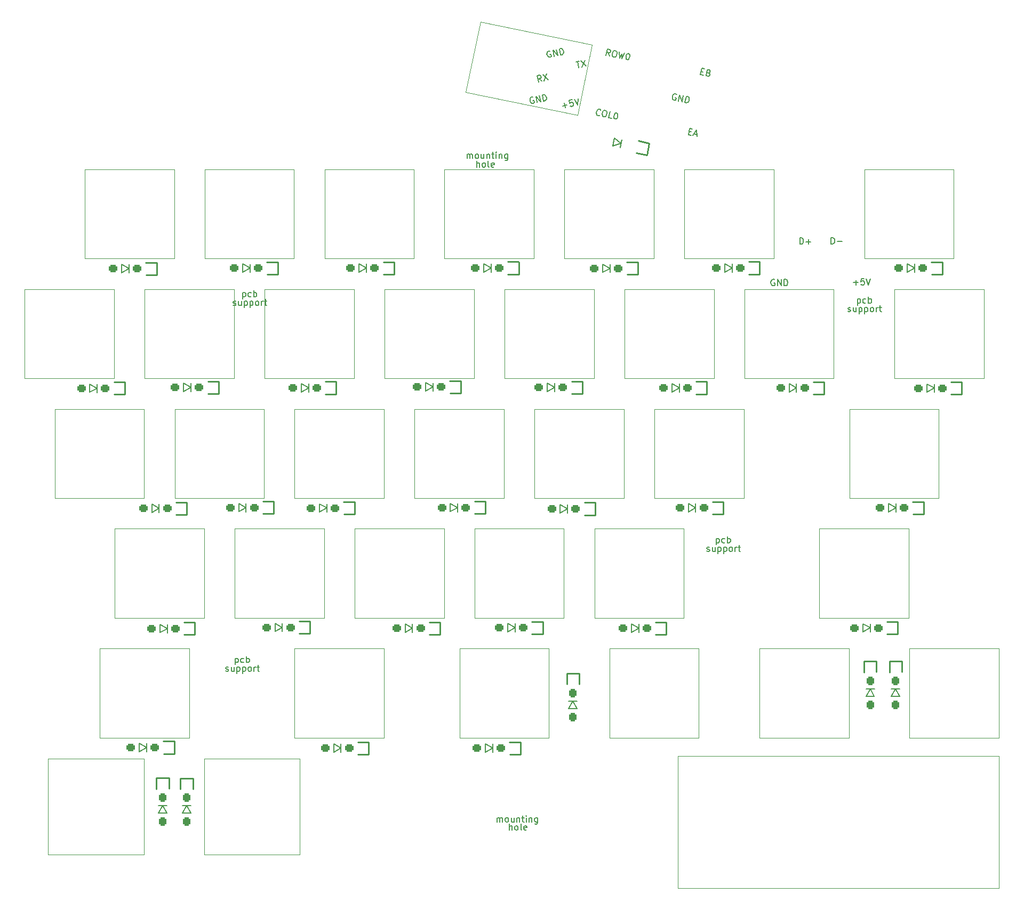
<source format=gbr>
%TF.GenerationSoftware,KiCad,Pcbnew,8.0.7*%
%TF.CreationDate,2025-08-07T20:18:05+02:00*%
%TF.ProjectId,pcb_keyboard_dx_rj11,7063625f-6b65-4796-926f-6172645f6478,rev?*%
%TF.SameCoordinates,Original*%
%TF.FileFunction,Legend,Top*%
%TF.FilePolarity,Positive*%
%FSLAX46Y46*%
G04 Gerber Fmt 4.6, Leading zero omitted, Abs format (unit mm)*
G04 Created by KiCad (PCBNEW 8.0.7) date 2025-08-07 20:18:05*
%MOMM*%
%LPD*%
G01*
G04 APERTURE LIST*
G04 Aperture macros list*
%AMRoundRect*
0 Rectangle with rounded corners*
0 $1 Rounding radius*
0 $2 $3 $4 $5 $6 $7 $8 $9 X,Y pos of 4 corners*
0 Add a 4 corners polygon primitive as box body*
4,1,4,$2,$3,$4,$5,$6,$7,$8,$9,$2,$3,0*
0 Add four circle primitives for the rounded corners*
1,1,$1+$1,$2,$3*
1,1,$1+$1,$4,$5*
1,1,$1+$1,$6,$7*
1,1,$1+$1,$8,$9*
0 Add four rect primitives between the rounded corners*
20,1,$1+$1,$2,$3,$4,$5,0*
20,1,$1+$1,$4,$5,$6,$7,0*
20,1,$1+$1,$6,$7,$8,$9,0*
20,1,$1+$1,$8,$9,$2,$3,0*%
%AMRotRect*
0 Rectangle, with rotation*
0 The origin of the aperture is its center*
0 $1 length*
0 $2 width*
0 $3 Rotation angle, in degrees counterclockwise*
0 Add horizontal line*
21,1,$1,$2,0,0,$3*%
G04 Aperture macros list end*
%ADD10C,0.200000*%
%ADD11C,0.120000*%
%ADD12C,0.250000*%
%ADD13C,1.900000*%
%ADD14C,3.450000*%
%ADD15C,2.200000*%
%ADD16C,1.200000*%
%ADD17C,3.200000*%
%ADD18C,1.750000*%
%ADD19C,3.050000*%
%ADD20C,4.000000*%
%ADD21R,1.700000X1.700000*%
%ADD22C,3.250000*%
%ADD23RotRect,1.520000X1.520000X258.400000*%
%ADD24C,1.520000*%
%ADD25RotRect,2.000000X2.000000X168.400000*%
%ADD26C,2.000000*%
%ADD27RotRect,3.200000X2.000000X168.400000*%
%ADD28R,1.400000X1.400000*%
%ADD29RoundRect,0.300000X-0.300000X0.400000X-0.300000X-0.400000X0.300000X-0.400000X0.300000X0.400000X0*%
%ADD30C,1.400000*%
%ADD31RoundRect,0.300000X0.400000X0.300000X-0.400000X0.300000X-0.400000X-0.300000X0.400000X-0.300000X0*%
%ADD32O,1.700000X1.700000*%
%ADD33O,1.700000X1.400000*%
%ADD34RotRect,1.400000X1.400000X168.400000*%
%ADD35RoundRect,0.300000X0.452153X0.213441X-0.331507X0.374304X-0.452153X-0.213441X0.331507X-0.374304X0*%
G04 APERTURE END LIST*
D10*
X149271651Y-66141838D02*
X149176413Y-66094219D01*
X149176413Y-66094219D02*
X149033556Y-66094219D01*
X149033556Y-66094219D02*
X148890699Y-66141838D01*
X148890699Y-66141838D02*
X148795461Y-66237076D01*
X148795461Y-66237076D02*
X148747842Y-66332314D01*
X148747842Y-66332314D02*
X148700223Y-66522790D01*
X148700223Y-66522790D02*
X148700223Y-66665647D01*
X148700223Y-66665647D02*
X148747842Y-66856123D01*
X148747842Y-66856123D02*
X148795461Y-66951361D01*
X148795461Y-66951361D02*
X148890699Y-67046600D01*
X148890699Y-67046600D02*
X149033556Y-67094219D01*
X149033556Y-67094219D02*
X149128794Y-67094219D01*
X149128794Y-67094219D02*
X149271651Y-67046600D01*
X149271651Y-67046600D02*
X149319270Y-66998980D01*
X149319270Y-66998980D02*
X149319270Y-66665647D01*
X149319270Y-66665647D02*
X149128794Y-66665647D01*
X149747842Y-67094219D02*
X149747842Y-66094219D01*
X149747842Y-66094219D02*
X150319270Y-67094219D01*
X150319270Y-67094219D02*
X150319270Y-66094219D01*
X150795461Y-67094219D02*
X150795461Y-66094219D01*
X150795461Y-66094219D02*
X151033556Y-66094219D01*
X151033556Y-66094219D02*
X151176413Y-66141838D01*
X151176413Y-66141838D02*
X151271651Y-66237076D01*
X151271651Y-66237076D02*
X151319270Y-66332314D01*
X151319270Y-66332314D02*
X151366889Y-66522790D01*
X151366889Y-66522790D02*
X151366889Y-66665647D01*
X151366889Y-66665647D02*
X151319270Y-66856123D01*
X151319270Y-66856123D02*
X151271651Y-66951361D01*
X151271651Y-66951361D02*
X151176413Y-67046600D01*
X151176413Y-67046600D02*
X151033556Y-67094219D01*
X151033556Y-67094219D02*
X150795461Y-67094219D01*
X115603973Y-38498083D02*
X116349507Y-38340988D01*
X116055287Y-38792302D02*
X115898192Y-38046769D01*
X117153783Y-37538874D02*
X116687825Y-37637058D01*
X116687825Y-37637058D02*
X116739414Y-38112835D01*
X116739414Y-38112835D02*
X116776191Y-38056421D01*
X116776191Y-38056421D02*
X116859564Y-37990188D01*
X116859564Y-37990188D02*
X117092543Y-37941096D01*
X117092543Y-37941096D02*
X117195554Y-37968055D01*
X117195554Y-37968055D02*
X117251968Y-38004832D01*
X117251968Y-38004832D02*
X117318201Y-38088205D01*
X117318201Y-38088205D02*
X117367293Y-38321184D01*
X117367293Y-38321184D02*
X117340334Y-38424195D01*
X117340334Y-38424195D02*
X117303556Y-38480609D01*
X117303556Y-38480609D02*
X117220183Y-38546842D01*
X117220183Y-38546842D02*
X116987204Y-38595934D01*
X116987204Y-38595934D02*
X116884194Y-38568975D01*
X116884194Y-38568975D02*
X116827780Y-38532197D01*
X117479954Y-37470145D02*
X118012312Y-38379928D01*
X118012312Y-38379928D02*
X118132296Y-37332687D01*
X135689973Y-42561870D02*
X136016144Y-42630599D01*
X136047929Y-43172609D02*
X135581970Y-43074425D01*
X135581970Y-43074425D02*
X135788157Y-42095912D01*
X135788157Y-42095912D02*
X136254116Y-42194096D01*
X136479606Y-42971581D02*
X136945564Y-43069766D01*
X136327504Y-43231519D02*
X136859862Y-42321736D01*
X136859862Y-42321736D02*
X136979845Y-43368978D01*
X121526063Y-39987923D02*
X121469649Y-40024700D01*
X121469649Y-40024700D02*
X121320043Y-40041841D01*
X121320043Y-40041841D02*
X121226851Y-40022204D01*
X121226851Y-40022204D02*
X121096882Y-39946153D01*
X121096882Y-39946153D02*
X121023327Y-39833324D01*
X121023327Y-39833324D02*
X120996368Y-39730314D01*
X120996368Y-39730314D02*
X120989046Y-39534113D01*
X120989046Y-39534113D02*
X121018502Y-39394325D01*
X121018502Y-39394325D02*
X121104371Y-39217760D01*
X121104371Y-39217760D02*
X121170604Y-39134387D01*
X121170604Y-39134387D02*
X121283432Y-39060832D01*
X121283432Y-39060832D02*
X121433038Y-39043692D01*
X121433038Y-39043692D02*
X121526230Y-39063328D01*
X121526230Y-39063328D02*
X121656199Y-39139380D01*
X121656199Y-39139380D02*
X121692976Y-39195794D01*
X122318359Y-39230242D02*
X122504743Y-39269516D01*
X122504743Y-39269516D02*
X122588116Y-39335748D01*
X122588116Y-39335748D02*
X122661671Y-39448577D01*
X122661671Y-39448577D02*
X122668993Y-39644779D01*
X122668993Y-39644779D02*
X122600264Y-39970949D01*
X122600264Y-39970949D02*
X122514394Y-40147514D01*
X122514394Y-40147514D02*
X122401566Y-40221069D01*
X122401566Y-40221069D02*
X122298555Y-40248028D01*
X122298555Y-40248028D02*
X122112172Y-40208754D01*
X122112172Y-40208754D02*
X122028799Y-40142522D01*
X122028799Y-40142522D02*
X121955244Y-40029693D01*
X121955244Y-40029693D02*
X121947922Y-39833491D01*
X121947922Y-39833491D02*
X122016651Y-39507320D01*
X122016651Y-39507320D02*
X122102521Y-39330756D01*
X122102521Y-39330756D02*
X122215349Y-39257201D01*
X122215349Y-39257201D02*
X122318359Y-39230242D01*
X123416855Y-40483670D02*
X122950897Y-40385486D01*
X122950897Y-40385486D02*
X123157084Y-39406974D01*
X124135597Y-39613161D02*
X124228789Y-39632798D01*
X124228789Y-39632798D02*
X124312162Y-39699030D01*
X124312162Y-39699030D02*
X124348939Y-39755445D01*
X124348939Y-39755445D02*
X124375898Y-39858455D01*
X124375898Y-39858455D02*
X124383220Y-40054656D01*
X124383220Y-40054656D02*
X124334128Y-40287636D01*
X124334128Y-40287636D02*
X124248259Y-40464201D01*
X124248259Y-40464201D02*
X124182026Y-40547574D01*
X124182026Y-40547574D02*
X124125612Y-40584351D01*
X124125612Y-40584351D02*
X124022602Y-40611310D01*
X124022602Y-40611310D02*
X123929410Y-40591673D01*
X123929410Y-40591673D02*
X123846037Y-40525441D01*
X123846037Y-40525441D02*
X123809259Y-40469026D01*
X123809259Y-40469026D02*
X123782300Y-40366016D01*
X123782300Y-40366016D02*
X123774978Y-40169814D01*
X123774978Y-40169814D02*
X123824070Y-39936835D01*
X123824070Y-39936835D02*
X123909940Y-39760270D01*
X123909940Y-39760270D02*
X123976173Y-39676897D01*
X123976173Y-39676897D02*
X124032587Y-39640120D01*
X124032587Y-39640120D02*
X124135597Y-39613161D01*
X158257842Y-60464219D02*
X158257842Y-59464219D01*
X158257842Y-59464219D02*
X158495937Y-59464219D01*
X158495937Y-59464219D02*
X158638794Y-59511838D01*
X158638794Y-59511838D02*
X158734032Y-59607076D01*
X158734032Y-59607076D02*
X158781651Y-59702314D01*
X158781651Y-59702314D02*
X158829270Y-59892790D01*
X158829270Y-59892790D02*
X158829270Y-60035647D01*
X158829270Y-60035647D02*
X158781651Y-60226123D01*
X158781651Y-60226123D02*
X158734032Y-60321361D01*
X158734032Y-60321361D02*
X158638794Y-60416600D01*
X158638794Y-60416600D02*
X158495937Y-60464219D01*
X158495937Y-60464219D02*
X158257842Y-60464219D01*
X159257842Y-60083266D02*
X160019747Y-60083266D01*
X123096426Y-30591115D02*
X122868440Y-30056427D01*
X122537276Y-30473294D02*
X122743463Y-29494781D01*
X122743463Y-29494781D02*
X123116230Y-29573328D01*
X123116230Y-29573328D02*
X123199603Y-29639561D01*
X123199603Y-29639561D02*
X123236381Y-29695975D01*
X123236381Y-29695975D02*
X123263340Y-29798985D01*
X123263340Y-29798985D02*
X123233884Y-29938773D01*
X123233884Y-29938773D02*
X123167652Y-30022146D01*
X123167652Y-30022146D02*
X123111237Y-30058924D01*
X123111237Y-30058924D02*
X123008227Y-30085883D01*
X123008227Y-30085883D02*
X122635460Y-30007335D01*
X123908359Y-29740242D02*
X124094743Y-29779516D01*
X124094743Y-29779516D02*
X124178116Y-29845748D01*
X124178116Y-29845748D02*
X124251671Y-29958577D01*
X124251671Y-29958577D02*
X124258993Y-30154779D01*
X124258993Y-30154779D02*
X124190264Y-30480949D01*
X124190264Y-30480949D02*
X124104394Y-30657514D01*
X124104394Y-30657514D02*
X123991566Y-30731069D01*
X123991566Y-30731069D02*
X123888555Y-30758028D01*
X123888555Y-30758028D02*
X123702172Y-30718754D01*
X123702172Y-30718754D02*
X123618799Y-30652522D01*
X123618799Y-30652522D02*
X123545244Y-30539693D01*
X123545244Y-30539693D02*
X123537922Y-30343491D01*
X123537922Y-30343491D02*
X123606651Y-30017320D01*
X123606651Y-30017320D02*
X123692521Y-29840756D01*
X123692521Y-29840756D02*
X123805349Y-29767201D01*
X123805349Y-29767201D02*
X123908359Y-29740242D01*
X124653893Y-29897337D02*
X124680685Y-30924941D01*
X124680685Y-30924941D02*
X125014344Y-30265278D01*
X125014344Y-30265278D02*
X125053451Y-31003489D01*
X125053451Y-31003489D02*
X125492618Y-30074069D01*
X126051768Y-30191890D02*
X126144959Y-30211527D01*
X126144959Y-30211527D02*
X126228332Y-30277759D01*
X126228332Y-30277759D02*
X126265110Y-30334174D01*
X126265110Y-30334174D02*
X126292069Y-30437184D01*
X126292069Y-30437184D02*
X126299391Y-30633385D01*
X126299391Y-30633385D02*
X126250299Y-30866365D01*
X126250299Y-30866365D02*
X126164429Y-31042930D01*
X126164429Y-31042930D02*
X126098196Y-31126303D01*
X126098196Y-31126303D02*
X126041782Y-31163080D01*
X126041782Y-31163080D02*
X125938772Y-31190039D01*
X125938772Y-31190039D02*
X125845580Y-31170402D01*
X125845580Y-31170402D02*
X125762207Y-31104170D01*
X125762207Y-31104170D02*
X125725430Y-31047755D01*
X125725430Y-31047755D02*
X125698471Y-30944745D01*
X125698471Y-30944745D02*
X125691149Y-30748543D01*
X125691149Y-30748543D02*
X125740241Y-30515564D01*
X125740241Y-30515564D02*
X125826110Y-30338999D01*
X125826110Y-30338999D02*
X125892343Y-30255626D01*
X125892343Y-30255626D02*
X125948757Y-30218849D01*
X125948757Y-30218849D02*
X126051768Y-30191890D01*
X153277842Y-60484219D02*
X153277842Y-59484219D01*
X153277842Y-59484219D02*
X153515937Y-59484219D01*
X153515937Y-59484219D02*
X153658794Y-59531838D01*
X153658794Y-59531838D02*
X153754032Y-59627076D01*
X153754032Y-59627076D02*
X153801651Y-59722314D01*
X153801651Y-59722314D02*
X153849270Y-59912790D01*
X153849270Y-59912790D02*
X153849270Y-60055647D01*
X153849270Y-60055647D02*
X153801651Y-60246123D01*
X153801651Y-60246123D02*
X153754032Y-60341361D01*
X153754032Y-60341361D02*
X153658794Y-60436600D01*
X153658794Y-60436600D02*
X153515937Y-60484219D01*
X153515937Y-60484219D02*
X153277842Y-60484219D01*
X154277842Y-60103266D02*
X155039747Y-60103266D01*
X154658794Y-60484219D02*
X154658794Y-59722314D01*
X110918706Y-37130930D02*
X110815696Y-37103971D01*
X110815696Y-37103971D02*
X110675909Y-37133427D01*
X110675909Y-37133427D02*
X110545940Y-37209478D01*
X110545940Y-37209478D02*
X110472385Y-37322306D01*
X110472385Y-37322306D02*
X110445426Y-37425316D01*
X110445426Y-37425316D02*
X110438104Y-37621518D01*
X110438104Y-37621518D02*
X110467559Y-37761306D01*
X110467559Y-37761306D02*
X110553429Y-37937871D01*
X110553429Y-37937871D02*
X110619661Y-38021244D01*
X110619661Y-38021244D02*
X110732490Y-38094799D01*
X110732490Y-38094799D02*
X110882096Y-38111939D01*
X110882096Y-38111939D02*
X110975287Y-38092302D01*
X110975287Y-38092302D02*
X111105256Y-38016251D01*
X111105256Y-38016251D02*
X111142034Y-37959837D01*
X111142034Y-37959837D02*
X111073305Y-37633666D01*
X111073305Y-37633666D02*
X110886921Y-37672940D01*
X111581033Y-37964663D02*
X111374846Y-36986150D01*
X111374846Y-36986150D02*
X112140183Y-37846842D01*
X112140183Y-37846842D02*
X111933996Y-36868329D01*
X112606142Y-37748657D02*
X112399955Y-36770145D01*
X112399955Y-36770145D02*
X112632934Y-36721052D01*
X112632934Y-36721052D02*
X112782540Y-36738193D01*
X112782540Y-36738193D02*
X112895368Y-36811748D01*
X112895368Y-36811748D02*
X112961601Y-36895121D01*
X112961601Y-36895121D02*
X113047470Y-37071686D01*
X113047470Y-37071686D02*
X113076926Y-37211473D01*
X113076926Y-37211473D02*
X113069604Y-37407675D01*
X113069604Y-37407675D02*
X113042645Y-37510685D01*
X113042645Y-37510685D02*
X112969090Y-37623514D01*
X112969090Y-37623514D02*
X112839121Y-37699565D01*
X112839121Y-37699565D02*
X112606142Y-37748657D01*
X112366671Y-34593029D02*
X111942316Y-34195799D01*
X111807521Y-34710850D02*
X111601334Y-33732337D01*
X111601334Y-33732337D02*
X111974100Y-33653790D01*
X111974100Y-33653790D02*
X112077110Y-33680749D01*
X112077110Y-33680749D02*
X112133525Y-33717526D01*
X112133525Y-33717526D02*
X112199757Y-33800899D01*
X112199757Y-33800899D02*
X112229213Y-33940687D01*
X112229213Y-33940687D02*
X112202254Y-34043697D01*
X112202254Y-34043697D02*
X112165476Y-34100111D01*
X112165476Y-34100111D02*
X112082103Y-34166344D01*
X112082103Y-34166344D02*
X111709336Y-34244891D01*
X112486654Y-33545787D02*
X113345183Y-34386842D01*
X113138996Y-33408329D02*
X112692842Y-34524300D01*
X137604225Y-33021071D02*
X137930396Y-33089800D01*
X137962181Y-33631810D02*
X137496222Y-33533626D01*
X137496222Y-33533626D02*
X137702409Y-32555113D01*
X137702409Y-32555113D02*
X138168368Y-32653297D01*
X138815717Y-33276351D02*
X138945686Y-33352402D01*
X138945686Y-33352402D02*
X138982463Y-33408816D01*
X138982463Y-33408816D02*
X139009422Y-33511826D01*
X139009422Y-33511826D02*
X138979967Y-33651614D01*
X138979967Y-33651614D02*
X138913734Y-33734987D01*
X138913734Y-33734987D02*
X138857320Y-33771764D01*
X138857320Y-33771764D02*
X138754310Y-33798723D01*
X138754310Y-33798723D02*
X138381543Y-33720176D01*
X138381543Y-33720176D02*
X138587730Y-32741663D01*
X138587730Y-32741663D02*
X138913901Y-32810392D01*
X138913901Y-32810392D02*
X138997274Y-32876625D01*
X138997274Y-32876625D02*
X139034052Y-32933039D01*
X139034052Y-32933039D02*
X139061011Y-33036049D01*
X139061011Y-33036049D02*
X139041374Y-33129241D01*
X139041374Y-33129241D02*
X138975141Y-33212614D01*
X138975141Y-33212614D02*
X138918727Y-33249392D01*
X138918727Y-33249392D02*
X138815717Y-33276351D01*
X138815717Y-33276351D02*
X138489546Y-33207622D01*
X113618706Y-29810930D02*
X113515696Y-29783971D01*
X113515696Y-29783971D02*
X113375909Y-29813427D01*
X113375909Y-29813427D02*
X113245940Y-29889478D01*
X113245940Y-29889478D02*
X113172385Y-30002306D01*
X113172385Y-30002306D02*
X113145426Y-30105316D01*
X113145426Y-30105316D02*
X113138104Y-30301518D01*
X113138104Y-30301518D02*
X113167559Y-30441306D01*
X113167559Y-30441306D02*
X113253429Y-30617871D01*
X113253429Y-30617871D02*
X113319661Y-30701244D01*
X113319661Y-30701244D02*
X113432490Y-30774799D01*
X113432490Y-30774799D02*
X113582096Y-30791939D01*
X113582096Y-30791939D02*
X113675287Y-30772302D01*
X113675287Y-30772302D02*
X113805256Y-30696251D01*
X113805256Y-30696251D02*
X113842034Y-30639837D01*
X113842034Y-30639837D02*
X113773305Y-30313666D01*
X113773305Y-30313666D02*
X113586921Y-30352940D01*
X114281033Y-30644663D02*
X114074846Y-29666150D01*
X114074846Y-29666150D02*
X114840183Y-30526842D01*
X114840183Y-30526842D02*
X114633996Y-29548329D01*
X115306142Y-30428657D02*
X115099955Y-29450145D01*
X115099955Y-29450145D02*
X115332934Y-29401052D01*
X115332934Y-29401052D02*
X115482540Y-29418193D01*
X115482540Y-29418193D02*
X115595368Y-29491748D01*
X115595368Y-29491748D02*
X115661601Y-29575121D01*
X115661601Y-29575121D02*
X115747470Y-29751686D01*
X115747470Y-29751686D02*
X115776926Y-29891473D01*
X115776926Y-29891473D02*
X115769604Y-30087675D01*
X115769604Y-30087675D02*
X115742645Y-30190685D01*
X115742645Y-30190685D02*
X115669090Y-30303514D01*
X115669090Y-30303514D02*
X115539121Y-30379565D01*
X115539121Y-30379565D02*
X115306142Y-30428657D01*
X117726546Y-31521793D02*
X118285696Y-31403971D01*
X118212308Y-32441395D02*
X118006121Y-31462882D01*
X118518676Y-31354879D02*
X119377204Y-32195934D01*
X119171017Y-31217421D02*
X118724863Y-32333392D01*
X133746199Y-36709380D02*
X133662826Y-36643147D01*
X133662826Y-36643147D02*
X133523038Y-36613692D01*
X133523038Y-36613692D02*
X133373432Y-36630832D01*
X133373432Y-36630832D02*
X133260604Y-36704387D01*
X133260604Y-36704387D02*
X133194371Y-36787760D01*
X133194371Y-36787760D02*
X133108502Y-36964325D01*
X133108502Y-36964325D02*
X133079046Y-37104113D01*
X133079046Y-37104113D02*
X133086368Y-37300314D01*
X133086368Y-37300314D02*
X133113327Y-37403324D01*
X133113327Y-37403324D02*
X133186882Y-37516153D01*
X133186882Y-37516153D02*
X133316851Y-37592204D01*
X133316851Y-37592204D02*
X133410043Y-37611841D01*
X133410043Y-37611841D02*
X133559649Y-37594700D01*
X133559649Y-37594700D02*
X133616063Y-37557923D01*
X133616063Y-37557923D02*
X133684792Y-37231752D01*
X133684792Y-37231752D02*
X133498409Y-37192478D01*
X134015789Y-37739481D02*
X134221976Y-36760968D01*
X134221976Y-36760968D02*
X134574939Y-37857302D01*
X134574939Y-37857302D02*
X134781126Y-36878789D01*
X135040897Y-37955486D02*
X135247084Y-36976974D01*
X135247084Y-36976974D02*
X135480063Y-37026066D01*
X135480063Y-37026066D02*
X135610032Y-37102117D01*
X135610032Y-37102117D02*
X135683587Y-37214945D01*
X135683587Y-37214945D02*
X135710546Y-37317956D01*
X135710546Y-37317956D02*
X135717868Y-37514157D01*
X135717868Y-37514157D02*
X135688413Y-37653945D01*
X135688413Y-37653945D02*
X135602543Y-37830510D01*
X135602543Y-37830510D02*
X135536311Y-37913883D01*
X135536311Y-37913883D02*
X135423482Y-37987438D01*
X135423482Y-37987438D02*
X135273876Y-38004578D01*
X135273876Y-38004578D02*
X135040897Y-37955486D01*
X161787842Y-66583266D02*
X162549747Y-66583266D01*
X162168794Y-66964219D02*
X162168794Y-66202314D01*
X163502127Y-65964219D02*
X163025937Y-65964219D01*
X163025937Y-65964219D02*
X162978318Y-66440409D01*
X162978318Y-66440409D02*
X163025937Y-66392790D01*
X163025937Y-66392790D02*
X163121175Y-66345171D01*
X163121175Y-66345171D02*
X163359270Y-66345171D01*
X163359270Y-66345171D02*
X163454508Y-66392790D01*
X163454508Y-66392790D02*
X163502127Y-66440409D01*
X163502127Y-66440409D02*
X163549746Y-66535647D01*
X163549746Y-66535647D02*
X163549746Y-66773742D01*
X163549746Y-66773742D02*
X163502127Y-66868980D01*
X163502127Y-66868980D02*
X163454508Y-66916600D01*
X163454508Y-66916600D02*
X163359270Y-66964219D01*
X163359270Y-66964219D02*
X163121175Y-66964219D01*
X163121175Y-66964219D02*
X163025937Y-66916600D01*
X163025937Y-66916600D02*
X162978318Y-66868980D01*
X163835461Y-65964219D02*
X164168794Y-66964219D01*
X164168794Y-66964219D02*
X164502127Y-65964219D01*
X102012842Y-48240219D02*
X102012842Y-47240219D01*
X102441413Y-48240219D02*
X102441413Y-47716409D01*
X102441413Y-47716409D02*
X102393794Y-47621171D01*
X102393794Y-47621171D02*
X102298556Y-47573552D01*
X102298556Y-47573552D02*
X102155699Y-47573552D01*
X102155699Y-47573552D02*
X102060461Y-47621171D01*
X102060461Y-47621171D02*
X102012842Y-47668790D01*
X103060461Y-48240219D02*
X102965223Y-48192600D01*
X102965223Y-48192600D02*
X102917604Y-48144980D01*
X102917604Y-48144980D02*
X102869985Y-48049742D01*
X102869985Y-48049742D02*
X102869985Y-47764028D01*
X102869985Y-47764028D02*
X102917604Y-47668790D01*
X102917604Y-47668790D02*
X102965223Y-47621171D01*
X102965223Y-47621171D02*
X103060461Y-47573552D01*
X103060461Y-47573552D02*
X103203318Y-47573552D01*
X103203318Y-47573552D02*
X103298556Y-47621171D01*
X103298556Y-47621171D02*
X103346175Y-47668790D01*
X103346175Y-47668790D02*
X103393794Y-47764028D01*
X103393794Y-47764028D02*
X103393794Y-48049742D01*
X103393794Y-48049742D02*
X103346175Y-48144980D01*
X103346175Y-48144980D02*
X103298556Y-48192600D01*
X103298556Y-48192600D02*
X103203318Y-48240219D01*
X103203318Y-48240219D02*
X103060461Y-48240219D01*
X103965223Y-48240219D02*
X103869985Y-48192600D01*
X103869985Y-48192600D02*
X103822366Y-48097361D01*
X103822366Y-48097361D02*
X103822366Y-47240219D01*
X104727128Y-48192600D02*
X104631890Y-48240219D01*
X104631890Y-48240219D02*
X104441414Y-48240219D01*
X104441414Y-48240219D02*
X104346176Y-48192600D01*
X104346176Y-48192600D02*
X104298557Y-48097361D01*
X104298557Y-48097361D02*
X104298557Y-47716409D01*
X104298557Y-47716409D02*
X104346176Y-47621171D01*
X104346176Y-47621171D02*
X104441414Y-47573552D01*
X104441414Y-47573552D02*
X104631890Y-47573552D01*
X104631890Y-47573552D02*
X104727128Y-47621171D01*
X104727128Y-47621171D02*
X104774747Y-47716409D01*
X104774747Y-47716409D02*
X104774747Y-47811647D01*
X104774747Y-47811647D02*
X104298557Y-47906885D01*
X100472842Y-46860219D02*
X100472842Y-46193552D01*
X100472842Y-46288790D02*
X100520461Y-46241171D01*
X100520461Y-46241171D02*
X100615699Y-46193552D01*
X100615699Y-46193552D02*
X100758556Y-46193552D01*
X100758556Y-46193552D02*
X100853794Y-46241171D01*
X100853794Y-46241171D02*
X100901413Y-46336409D01*
X100901413Y-46336409D02*
X100901413Y-46860219D01*
X100901413Y-46336409D02*
X100949032Y-46241171D01*
X100949032Y-46241171D02*
X101044270Y-46193552D01*
X101044270Y-46193552D02*
X101187127Y-46193552D01*
X101187127Y-46193552D02*
X101282366Y-46241171D01*
X101282366Y-46241171D02*
X101329985Y-46336409D01*
X101329985Y-46336409D02*
X101329985Y-46860219D01*
X101949032Y-46860219D02*
X101853794Y-46812600D01*
X101853794Y-46812600D02*
X101806175Y-46764980D01*
X101806175Y-46764980D02*
X101758556Y-46669742D01*
X101758556Y-46669742D02*
X101758556Y-46384028D01*
X101758556Y-46384028D02*
X101806175Y-46288790D01*
X101806175Y-46288790D02*
X101853794Y-46241171D01*
X101853794Y-46241171D02*
X101949032Y-46193552D01*
X101949032Y-46193552D02*
X102091889Y-46193552D01*
X102091889Y-46193552D02*
X102187127Y-46241171D01*
X102187127Y-46241171D02*
X102234746Y-46288790D01*
X102234746Y-46288790D02*
X102282365Y-46384028D01*
X102282365Y-46384028D02*
X102282365Y-46669742D01*
X102282365Y-46669742D02*
X102234746Y-46764980D01*
X102234746Y-46764980D02*
X102187127Y-46812600D01*
X102187127Y-46812600D02*
X102091889Y-46860219D01*
X102091889Y-46860219D02*
X101949032Y-46860219D01*
X103139508Y-46193552D02*
X103139508Y-46860219D01*
X102710937Y-46193552D02*
X102710937Y-46717361D01*
X102710937Y-46717361D02*
X102758556Y-46812600D01*
X102758556Y-46812600D02*
X102853794Y-46860219D01*
X102853794Y-46860219D02*
X102996651Y-46860219D01*
X102996651Y-46860219D02*
X103091889Y-46812600D01*
X103091889Y-46812600D02*
X103139508Y-46764980D01*
X103615699Y-46193552D02*
X103615699Y-46860219D01*
X103615699Y-46288790D02*
X103663318Y-46241171D01*
X103663318Y-46241171D02*
X103758556Y-46193552D01*
X103758556Y-46193552D02*
X103901413Y-46193552D01*
X103901413Y-46193552D02*
X103996651Y-46241171D01*
X103996651Y-46241171D02*
X104044270Y-46336409D01*
X104044270Y-46336409D02*
X104044270Y-46860219D01*
X104377604Y-46193552D02*
X104758556Y-46193552D01*
X104520461Y-45860219D02*
X104520461Y-46717361D01*
X104520461Y-46717361D02*
X104568080Y-46812600D01*
X104568080Y-46812600D02*
X104663318Y-46860219D01*
X104663318Y-46860219D02*
X104758556Y-46860219D01*
X105091890Y-46860219D02*
X105091890Y-46193552D01*
X105091890Y-45860219D02*
X105044271Y-45907838D01*
X105044271Y-45907838D02*
X105091890Y-45955457D01*
X105091890Y-45955457D02*
X105139509Y-45907838D01*
X105139509Y-45907838D02*
X105091890Y-45860219D01*
X105091890Y-45860219D02*
X105091890Y-45955457D01*
X105568080Y-46193552D02*
X105568080Y-46860219D01*
X105568080Y-46288790D02*
X105615699Y-46241171D01*
X105615699Y-46241171D02*
X105710937Y-46193552D01*
X105710937Y-46193552D02*
X105853794Y-46193552D01*
X105853794Y-46193552D02*
X105949032Y-46241171D01*
X105949032Y-46241171D02*
X105996651Y-46336409D01*
X105996651Y-46336409D02*
X105996651Y-46860219D01*
X106901413Y-46193552D02*
X106901413Y-47003076D01*
X106901413Y-47003076D02*
X106853794Y-47098314D01*
X106853794Y-47098314D02*
X106806175Y-47145933D01*
X106806175Y-47145933D02*
X106710937Y-47193552D01*
X106710937Y-47193552D02*
X106568080Y-47193552D01*
X106568080Y-47193552D02*
X106472842Y-47145933D01*
X106901413Y-46812600D02*
X106806175Y-46860219D01*
X106806175Y-46860219D02*
X106615699Y-46860219D01*
X106615699Y-46860219D02*
X106520461Y-46812600D01*
X106520461Y-46812600D02*
X106472842Y-46764980D01*
X106472842Y-46764980D02*
X106425223Y-46669742D01*
X106425223Y-46669742D02*
X106425223Y-46384028D01*
X106425223Y-46384028D02*
X106472842Y-46288790D01*
X106472842Y-46288790D02*
X106520461Y-46241171D01*
X106520461Y-46241171D02*
X106615699Y-46193552D01*
X106615699Y-46193552D02*
X106806175Y-46193552D01*
X106806175Y-46193552D02*
X106901413Y-46241171D01*
X162434342Y-69177552D02*
X162434342Y-70177552D01*
X162434342Y-69225171D02*
X162529580Y-69177552D01*
X162529580Y-69177552D02*
X162720056Y-69177552D01*
X162720056Y-69177552D02*
X162815294Y-69225171D01*
X162815294Y-69225171D02*
X162862913Y-69272790D01*
X162862913Y-69272790D02*
X162910532Y-69368028D01*
X162910532Y-69368028D02*
X162910532Y-69653742D01*
X162910532Y-69653742D02*
X162862913Y-69748980D01*
X162862913Y-69748980D02*
X162815294Y-69796600D01*
X162815294Y-69796600D02*
X162720056Y-69844219D01*
X162720056Y-69844219D02*
X162529580Y-69844219D01*
X162529580Y-69844219D02*
X162434342Y-69796600D01*
X163767675Y-69796600D02*
X163672437Y-69844219D01*
X163672437Y-69844219D02*
X163481961Y-69844219D01*
X163481961Y-69844219D02*
X163386723Y-69796600D01*
X163386723Y-69796600D02*
X163339104Y-69748980D01*
X163339104Y-69748980D02*
X163291485Y-69653742D01*
X163291485Y-69653742D02*
X163291485Y-69368028D01*
X163291485Y-69368028D02*
X163339104Y-69272790D01*
X163339104Y-69272790D02*
X163386723Y-69225171D01*
X163386723Y-69225171D02*
X163481961Y-69177552D01*
X163481961Y-69177552D02*
X163672437Y-69177552D01*
X163672437Y-69177552D02*
X163767675Y-69225171D01*
X164196247Y-69844219D02*
X164196247Y-68844219D01*
X164196247Y-69225171D02*
X164291485Y-69177552D01*
X164291485Y-69177552D02*
X164481961Y-69177552D01*
X164481961Y-69177552D02*
X164577199Y-69225171D01*
X164577199Y-69225171D02*
X164624818Y-69272790D01*
X164624818Y-69272790D02*
X164672437Y-69368028D01*
X164672437Y-69368028D02*
X164672437Y-69653742D01*
X164672437Y-69653742D02*
X164624818Y-69748980D01*
X164624818Y-69748980D02*
X164577199Y-69796600D01*
X164577199Y-69796600D02*
X164481961Y-69844219D01*
X164481961Y-69844219D02*
X164291485Y-69844219D01*
X164291485Y-69844219D02*
X164196247Y-69796600D01*
X160936723Y-71176600D02*
X161031961Y-71224219D01*
X161031961Y-71224219D02*
X161222437Y-71224219D01*
X161222437Y-71224219D02*
X161317675Y-71176600D01*
X161317675Y-71176600D02*
X161365294Y-71081361D01*
X161365294Y-71081361D02*
X161365294Y-71033742D01*
X161365294Y-71033742D02*
X161317675Y-70938504D01*
X161317675Y-70938504D02*
X161222437Y-70890885D01*
X161222437Y-70890885D02*
X161079580Y-70890885D01*
X161079580Y-70890885D02*
X160984342Y-70843266D01*
X160984342Y-70843266D02*
X160936723Y-70748028D01*
X160936723Y-70748028D02*
X160936723Y-70700409D01*
X160936723Y-70700409D02*
X160984342Y-70605171D01*
X160984342Y-70605171D02*
X161079580Y-70557552D01*
X161079580Y-70557552D02*
X161222437Y-70557552D01*
X161222437Y-70557552D02*
X161317675Y-70605171D01*
X162222437Y-70557552D02*
X162222437Y-71224219D01*
X161793866Y-70557552D02*
X161793866Y-71081361D01*
X161793866Y-71081361D02*
X161841485Y-71176600D01*
X161841485Y-71176600D02*
X161936723Y-71224219D01*
X161936723Y-71224219D02*
X162079580Y-71224219D01*
X162079580Y-71224219D02*
X162174818Y-71176600D01*
X162174818Y-71176600D02*
X162222437Y-71128980D01*
X162698628Y-70557552D02*
X162698628Y-71557552D01*
X162698628Y-70605171D02*
X162793866Y-70557552D01*
X162793866Y-70557552D02*
X162984342Y-70557552D01*
X162984342Y-70557552D02*
X163079580Y-70605171D01*
X163079580Y-70605171D02*
X163127199Y-70652790D01*
X163127199Y-70652790D02*
X163174818Y-70748028D01*
X163174818Y-70748028D02*
X163174818Y-71033742D01*
X163174818Y-71033742D02*
X163127199Y-71128980D01*
X163127199Y-71128980D02*
X163079580Y-71176600D01*
X163079580Y-71176600D02*
X162984342Y-71224219D01*
X162984342Y-71224219D02*
X162793866Y-71224219D01*
X162793866Y-71224219D02*
X162698628Y-71176600D01*
X163603390Y-70557552D02*
X163603390Y-71557552D01*
X163603390Y-70605171D02*
X163698628Y-70557552D01*
X163698628Y-70557552D02*
X163889104Y-70557552D01*
X163889104Y-70557552D02*
X163984342Y-70605171D01*
X163984342Y-70605171D02*
X164031961Y-70652790D01*
X164031961Y-70652790D02*
X164079580Y-70748028D01*
X164079580Y-70748028D02*
X164079580Y-71033742D01*
X164079580Y-71033742D02*
X164031961Y-71128980D01*
X164031961Y-71128980D02*
X163984342Y-71176600D01*
X163984342Y-71176600D02*
X163889104Y-71224219D01*
X163889104Y-71224219D02*
X163698628Y-71224219D01*
X163698628Y-71224219D02*
X163603390Y-71176600D01*
X164651009Y-71224219D02*
X164555771Y-71176600D01*
X164555771Y-71176600D02*
X164508152Y-71128980D01*
X164508152Y-71128980D02*
X164460533Y-71033742D01*
X164460533Y-71033742D02*
X164460533Y-70748028D01*
X164460533Y-70748028D02*
X164508152Y-70652790D01*
X164508152Y-70652790D02*
X164555771Y-70605171D01*
X164555771Y-70605171D02*
X164651009Y-70557552D01*
X164651009Y-70557552D02*
X164793866Y-70557552D01*
X164793866Y-70557552D02*
X164889104Y-70605171D01*
X164889104Y-70605171D02*
X164936723Y-70652790D01*
X164936723Y-70652790D02*
X164984342Y-70748028D01*
X164984342Y-70748028D02*
X164984342Y-71033742D01*
X164984342Y-71033742D02*
X164936723Y-71128980D01*
X164936723Y-71128980D02*
X164889104Y-71176600D01*
X164889104Y-71176600D02*
X164793866Y-71224219D01*
X164793866Y-71224219D02*
X164651009Y-71224219D01*
X165412914Y-71224219D02*
X165412914Y-70557552D01*
X165412914Y-70748028D02*
X165460533Y-70652790D01*
X165460533Y-70652790D02*
X165508152Y-70605171D01*
X165508152Y-70605171D02*
X165603390Y-70557552D01*
X165603390Y-70557552D02*
X165698628Y-70557552D01*
X165889105Y-70557552D02*
X166270057Y-70557552D01*
X166031962Y-70224219D02*
X166031962Y-71081361D01*
X166031962Y-71081361D02*
X166079581Y-71176600D01*
X166079581Y-71176600D02*
X166174819Y-71224219D01*
X166174819Y-71224219D02*
X166270057Y-71224219D01*
X140036842Y-107257552D02*
X140036842Y-108257552D01*
X140036842Y-107305171D02*
X140132080Y-107257552D01*
X140132080Y-107257552D02*
X140322556Y-107257552D01*
X140322556Y-107257552D02*
X140417794Y-107305171D01*
X140417794Y-107305171D02*
X140465413Y-107352790D01*
X140465413Y-107352790D02*
X140513032Y-107448028D01*
X140513032Y-107448028D02*
X140513032Y-107733742D01*
X140513032Y-107733742D02*
X140465413Y-107828980D01*
X140465413Y-107828980D02*
X140417794Y-107876600D01*
X140417794Y-107876600D02*
X140322556Y-107924219D01*
X140322556Y-107924219D02*
X140132080Y-107924219D01*
X140132080Y-107924219D02*
X140036842Y-107876600D01*
X141370175Y-107876600D02*
X141274937Y-107924219D01*
X141274937Y-107924219D02*
X141084461Y-107924219D01*
X141084461Y-107924219D02*
X140989223Y-107876600D01*
X140989223Y-107876600D02*
X140941604Y-107828980D01*
X140941604Y-107828980D02*
X140893985Y-107733742D01*
X140893985Y-107733742D02*
X140893985Y-107448028D01*
X140893985Y-107448028D02*
X140941604Y-107352790D01*
X140941604Y-107352790D02*
X140989223Y-107305171D01*
X140989223Y-107305171D02*
X141084461Y-107257552D01*
X141084461Y-107257552D02*
X141274937Y-107257552D01*
X141274937Y-107257552D02*
X141370175Y-107305171D01*
X141798747Y-107924219D02*
X141798747Y-106924219D01*
X141798747Y-107305171D02*
X141893985Y-107257552D01*
X141893985Y-107257552D02*
X142084461Y-107257552D01*
X142084461Y-107257552D02*
X142179699Y-107305171D01*
X142179699Y-107305171D02*
X142227318Y-107352790D01*
X142227318Y-107352790D02*
X142274937Y-107448028D01*
X142274937Y-107448028D02*
X142274937Y-107733742D01*
X142274937Y-107733742D02*
X142227318Y-107828980D01*
X142227318Y-107828980D02*
X142179699Y-107876600D01*
X142179699Y-107876600D02*
X142084461Y-107924219D01*
X142084461Y-107924219D02*
X141893985Y-107924219D01*
X141893985Y-107924219D02*
X141798747Y-107876600D01*
X138539223Y-109256600D02*
X138634461Y-109304219D01*
X138634461Y-109304219D02*
X138824937Y-109304219D01*
X138824937Y-109304219D02*
X138920175Y-109256600D01*
X138920175Y-109256600D02*
X138967794Y-109161361D01*
X138967794Y-109161361D02*
X138967794Y-109113742D01*
X138967794Y-109113742D02*
X138920175Y-109018504D01*
X138920175Y-109018504D02*
X138824937Y-108970885D01*
X138824937Y-108970885D02*
X138682080Y-108970885D01*
X138682080Y-108970885D02*
X138586842Y-108923266D01*
X138586842Y-108923266D02*
X138539223Y-108828028D01*
X138539223Y-108828028D02*
X138539223Y-108780409D01*
X138539223Y-108780409D02*
X138586842Y-108685171D01*
X138586842Y-108685171D02*
X138682080Y-108637552D01*
X138682080Y-108637552D02*
X138824937Y-108637552D01*
X138824937Y-108637552D02*
X138920175Y-108685171D01*
X139824937Y-108637552D02*
X139824937Y-109304219D01*
X139396366Y-108637552D02*
X139396366Y-109161361D01*
X139396366Y-109161361D02*
X139443985Y-109256600D01*
X139443985Y-109256600D02*
X139539223Y-109304219D01*
X139539223Y-109304219D02*
X139682080Y-109304219D01*
X139682080Y-109304219D02*
X139777318Y-109256600D01*
X139777318Y-109256600D02*
X139824937Y-109208980D01*
X140301128Y-108637552D02*
X140301128Y-109637552D01*
X140301128Y-108685171D02*
X140396366Y-108637552D01*
X140396366Y-108637552D02*
X140586842Y-108637552D01*
X140586842Y-108637552D02*
X140682080Y-108685171D01*
X140682080Y-108685171D02*
X140729699Y-108732790D01*
X140729699Y-108732790D02*
X140777318Y-108828028D01*
X140777318Y-108828028D02*
X140777318Y-109113742D01*
X140777318Y-109113742D02*
X140729699Y-109208980D01*
X140729699Y-109208980D02*
X140682080Y-109256600D01*
X140682080Y-109256600D02*
X140586842Y-109304219D01*
X140586842Y-109304219D02*
X140396366Y-109304219D01*
X140396366Y-109304219D02*
X140301128Y-109256600D01*
X141205890Y-108637552D02*
X141205890Y-109637552D01*
X141205890Y-108685171D02*
X141301128Y-108637552D01*
X141301128Y-108637552D02*
X141491604Y-108637552D01*
X141491604Y-108637552D02*
X141586842Y-108685171D01*
X141586842Y-108685171D02*
X141634461Y-108732790D01*
X141634461Y-108732790D02*
X141682080Y-108828028D01*
X141682080Y-108828028D02*
X141682080Y-109113742D01*
X141682080Y-109113742D02*
X141634461Y-109208980D01*
X141634461Y-109208980D02*
X141586842Y-109256600D01*
X141586842Y-109256600D02*
X141491604Y-109304219D01*
X141491604Y-109304219D02*
X141301128Y-109304219D01*
X141301128Y-109304219D02*
X141205890Y-109256600D01*
X142253509Y-109304219D02*
X142158271Y-109256600D01*
X142158271Y-109256600D02*
X142110652Y-109208980D01*
X142110652Y-109208980D02*
X142063033Y-109113742D01*
X142063033Y-109113742D02*
X142063033Y-108828028D01*
X142063033Y-108828028D02*
X142110652Y-108732790D01*
X142110652Y-108732790D02*
X142158271Y-108685171D01*
X142158271Y-108685171D02*
X142253509Y-108637552D01*
X142253509Y-108637552D02*
X142396366Y-108637552D01*
X142396366Y-108637552D02*
X142491604Y-108685171D01*
X142491604Y-108685171D02*
X142539223Y-108732790D01*
X142539223Y-108732790D02*
X142586842Y-108828028D01*
X142586842Y-108828028D02*
X142586842Y-109113742D01*
X142586842Y-109113742D02*
X142539223Y-109208980D01*
X142539223Y-109208980D02*
X142491604Y-109256600D01*
X142491604Y-109256600D02*
X142396366Y-109304219D01*
X142396366Y-109304219D02*
X142253509Y-109304219D01*
X143015414Y-109304219D02*
X143015414Y-108637552D01*
X143015414Y-108828028D02*
X143063033Y-108732790D01*
X143063033Y-108732790D02*
X143110652Y-108685171D01*
X143110652Y-108685171D02*
X143205890Y-108637552D01*
X143205890Y-108637552D02*
X143301128Y-108637552D01*
X143491605Y-108637552D02*
X143872557Y-108637552D01*
X143634462Y-108304219D02*
X143634462Y-109161361D01*
X143634462Y-109161361D02*
X143682081Y-109256600D01*
X143682081Y-109256600D02*
X143777319Y-109304219D01*
X143777319Y-109304219D02*
X143872557Y-109304219D01*
X105235342Y-152303219D02*
X105235342Y-151636552D01*
X105235342Y-151731790D02*
X105282961Y-151684171D01*
X105282961Y-151684171D02*
X105378199Y-151636552D01*
X105378199Y-151636552D02*
X105521056Y-151636552D01*
X105521056Y-151636552D02*
X105616294Y-151684171D01*
X105616294Y-151684171D02*
X105663913Y-151779409D01*
X105663913Y-151779409D02*
X105663913Y-152303219D01*
X105663913Y-151779409D02*
X105711532Y-151684171D01*
X105711532Y-151684171D02*
X105806770Y-151636552D01*
X105806770Y-151636552D02*
X105949627Y-151636552D01*
X105949627Y-151636552D02*
X106044866Y-151684171D01*
X106044866Y-151684171D02*
X106092485Y-151779409D01*
X106092485Y-151779409D02*
X106092485Y-152303219D01*
X106711532Y-152303219D02*
X106616294Y-152255600D01*
X106616294Y-152255600D02*
X106568675Y-152207980D01*
X106568675Y-152207980D02*
X106521056Y-152112742D01*
X106521056Y-152112742D02*
X106521056Y-151827028D01*
X106521056Y-151827028D02*
X106568675Y-151731790D01*
X106568675Y-151731790D02*
X106616294Y-151684171D01*
X106616294Y-151684171D02*
X106711532Y-151636552D01*
X106711532Y-151636552D02*
X106854389Y-151636552D01*
X106854389Y-151636552D02*
X106949627Y-151684171D01*
X106949627Y-151684171D02*
X106997246Y-151731790D01*
X106997246Y-151731790D02*
X107044865Y-151827028D01*
X107044865Y-151827028D02*
X107044865Y-152112742D01*
X107044865Y-152112742D02*
X106997246Y-152207980D01*
X106997246Y-152207980D02*
X106949627Y-152255600D01*
X106949627Y-152255600D02*
X106854389Y-152303219D01*
X106854389Y-152303219D02*
X106711532Y-152303219D01*
X107902008Y-151636552D02*
X107902008Y-152303219D01*
X107473437Y-151636552D02*
X107473437Y-152160361D01*
X107473437Y-152160361D02*
X107521056Y-152255600D01*
X107521056Y-152255600D02*
X107616294Y-152303219D01*
X107616294Y-152303219D02*
X107759151Y-152303219D01*
X107759151Y-152303219D02*
X107854389Y-152255600D01*
X107854389Y-152255600D02*
X107902008Y-152207980D01*
X108378199Y-151636552D02*
X108378199Y-152303219D01*
X108378199Y-151731790D02*
X108425818Y-151684171D01*
X108425818Y-151684171D02*
X108521056Y-151636552D01*
X108521056Y-151636552D02*
X108663913Y-151636552D01*
X108663913Y-151636552D02*
X108759151Y-151684171D01*
X108759151Y-151684171D02*
X108806770Y-151779409D01*
X108806770Y-151779409D02*
X108806770Y-152303219D01*
X109140104Y-151636552D02*
X109521056Y-151636552D01*
X109282961Y-151303219D02*
X109282961Y-152160361D01*
X109282961Y-152160361D02*
X109330580Y-152255600D01*
X109330580Y-152255600D02*
X109425818Y-152303219D01*
X109425818Y-152303219D02*
X109521056Y-152303219D01*
X109854390Y-152303219D02*
X109854390Y-151636552D01*
X109854390Y-151303219D02*
X109806771Y-151350838D01*
X109806771Y-151350838D02*
X109854390Y-151398457D01*
X109854390Y-151398457D02*
X109902009Y-151350838D01*
X109902009Y-151350838D02*
X109854390Y-151303219D01*
X109854390Y-151303219D02*
X109854390Y-151398457D01*
X110330580Y-151636552D02*
X110330580Y-152303219D01*
X110330580Y-151731790D02*
X110378199Y-151684171D01*
X110378199Y-151684171D02*
X110473437Y-151636552D01*
X110473437Y-151636552D02*
X110616294Y-151636552D01*
X110616294Y-151636552D02*
X110711532Y-151684171D01*
X110711532Y-151684171D02*
X110759151Y-151779409D01*
X110759151Y-151779409D02*
X110759151Y-152303219D01*
X111663913Y-151636552D02*
X111663913Y-152446076D01*
X111663913Y-152446076D02*
X111616294Y-152541314D01*
X111616294Y-152541314D02*
X111568675Y-152588933D01*
X111568675Y-152588933D02*
X111473437Y-152636552D01*
X111473437Y-152636552D02*
X111330580Y-152636552D01*
X111330580Y-152636552D02*
X111235342Y-152588933D01*
X111663913Y-152255600D02*
X111568675Y-152303219D01*
X111568675Y-152303219D02*
X111378199Y-152303219D01*
X111378199Y-152303219D02*
X111282961Y-152255600D01*
X111282961Y-152255600D02*
X111235342Y-152207980D01*
X111235342Y-152207980D02*
X111187723Y-152112742D01*
X111187723Y-152112742D02*
X111187723Y-151827028D01*
X111187723Y-151827028D02*
X111235342Y-151731790D01*
X111235342Y-151731790D02*
X111282961Y-151684171D01*
X111282961Y-151684171D02*
X111378199Y-151636552D01*
X111378199Y-151636552D02*
X111568675Y-151636552D01*
X111568675Y-151636552D02*
X111663913Y-151684171D01*
X107185342Y-153603219D02*
X107185342Y-152603219D01*
X107613913Y-153603219D02*
X107613913Y-153079409D01*
X107613913Y-153079409D02*
X107566294Y-152984171D01*
X107566294Y-152984171D02*
X107471056Y-152936552D01*
X107471056Y-152936552D02*
X107328199Y-152936552D01*
X107328199Y-152936552D02*
X107232961Y-152984171D01*
X107232961Y-152984171D02*
X107185342Y-153031790D01*
X108232961Y-153603219D02*
X108137723Y-153555600D01*
X108137723Y-153555600D02*
X108090104Y-153507980D01*
X108090104Y-153507980D02*
X108042485Y-153412742D01*
X108042485Y-153412742D02*
X108042485Y-153127028D01*
X108042485Y-153127028D02*
X108090104Y-153031790D01*
X108090104Y-153031790D02*
X108137723Y-152984171D01*
X108137723Y-152984171D02*
X108232961Y-152936552D01*
X108232961Y-152936552D02*
X108375818Y-152936552D01*
X108375818Y-152936552D02*
X108471056Y-152984171D01*
X108471056Y-152984171D02*
X108518675Y-153031790D01*
X108518675Y-153031790D02*
X108566294Y-153127028D01*
X108566294Y-153127028D02*
X108566294Y-153412742D01*
X108566294Y-153412742D02*
X108518675Y-153507980D01*
X108518675Y-153507980D02*
X108471056Y-153555600D01*
X108471056Y-153555600D02*
X108375818Y-153603219D01*
X108375818Y-153603219D02*
X108232961Y-153603219D01*
X109137723Y-153603219D02*
X109042485Y-153555600D01*
X109042485Y-153555600D02*
X108994866Y-153460361D01*
X108994866Y-153460361D02*
X108994866Y-152603219D01*
X109899628Y-153555600D02*
X109804390Y-153603219D01*
X109804390Y-153603219D02*
X109613914Y-153603219D01*
X109613914Y-153603219D02*
X109518676Y-153555600D01*
X109518676Y-153555600D02*
X109471057Y-153460361D01*
X109471057Y-153460361D02*
X109471057Y-153079409D01*
X109471057Y-153079409D02*
X109518676Y-152984171D01*
X109518676Y-152984171D02*
X109613914Y-152936552D01*
X109613914Y-152936552D02*
X109804390Y-152936552D01*
X109804390Y-152936552D02*
X109899628Y-152984171D01*
X109899628Y-152984171D02*
X109947247Y-153079409D01*
X109947247Y-153079409D02*
X109947247Y-153174647D01*
X109947247Y-153174647D02*
X109471057Y-153269885D01*
X63663092Y-126297552D02*
X63663092Y-127297552D01*
X63663092Y-126345171D02*
X63758330Y-126297552D01*
X63758330Y-126297552D02*
X63948806Y-126297552D01*
X63948806Y-126297552D02*
X64044044Y-126345171D01*
X64044044Y-126345171D02*
X64091663Y-126392790D01*
X64091663Y-126392790D02*
X64139282Y-126488028D01*
X64139282Y-126488028D02*
X64139282Y-126773742D01*
X64139282Y-126773742D02*
X64091663Y-126868980D01*
X64091663Y-126868980D02*
X64044044Y-126916600D01*
X64044044Y-126916600D02*
X63948806Y-126964219D01*
X63948806Y-126964219D02*
X63758330Y-126964219D01*
X63758330Y-126964219D02*
X63663092Y-126916600D01*
X64996425Y-126916600D02*
X64901187Y-126964219D01*
X64901187Y-126964219D02*
X64710711Y-126964219D01*
X64710711Y-126964219D02*
X64615473Y-126916600D01*
X64615473Y-126916600D02*
X64567854Y-126868980D01*
X64567854Y-126868980D02*
X64520235Y-126773742D01*
X64520235Y-126773742D02*
X64520235Y-126488028D01*
X64520235Y-126488028D02*
X64567854Y-126392790D01*
X64567854Y-126392790D02*
X64615473Y-126345171D01*
X64615473Y-126345171D02*
X64710711Y-126297552D01*
X64710711Y-126297552D02*
X64901187Y-126297552D01*
X64901187Y-126297552D02*
X64996425Y-126345171D01*
X65424997Y-126964219D02*
X65424997Y-125964219D01*
X65424997Y-126345171D02*
X65520235Y-126297552D01*
X65520235Y-126297552D02*
X65710711Y-126297552D01*
X65710711Y-126297552D02*
X65805949Y-126345171D01*
X65805949Y-126345171D02*
X65853568Y-126392790D01*
X65853568Y-126392790D02*
X65901187Y-126488028D01*
X65901187Y-126488028D02*
X65901187Y-126773742D01*
X65901187Y-126773742D02*
X65853568Y-126868980D01*
X65853568Y-126868980D02*
X65805949Y-126916600D01*
X65805949Y-126916600D02*
X65710711Y-126964219D01*
X65710711Y-126964219D02*
X65520235Y-126964219D01*
X65520235Y-126964219D02*
X65424997Y-126916600D01*
X62165473Y-128296600D02*
X62260711Y-128344219D01*
X62260711Y-128344219D02*
X62451187Y-128344219D01*
X62451187Y-128344219D02*
X62546425Y-128296600D01*
X62546425Y-128296600D02*
X62594044Y-128201361D01*
X62594044Y-128201361D02*
X62594044Y-128153742D01*
X62594044Y-128153742D02*
X62546425Y-128058504D01*
X62546425Y-128058504D02*
X62451187Y-128010885D01*
X62451187Y-128010885D02*
X62308330Y-128010885D01*
X62308330Y-128010885D02*
X62213092Y-127963266D01*
X62213092Y-127963266D02*
X62165473Y-127868028D01*
X62165473Y-127868028D02*
X62165473Y-127820409D01*
X62165473Y-127820409D02*
X62213092Y-127725171D01*
X62213092Y-127725171D02*
X62308330Y-127677552D01*
X62308330Y-127677552D02*
X62451187Y-127677552D01*
X62451187Y-127677552D02*
X62546425Y-127725171D01*
X63451187Y-127677552D02*
X63451187Y-128344219D01*
X63022616Y-127677552D02*
X63022616Y-128201361D01*
X63022616Y-128201361D02*
X63070235Y-128296600D01*
X63070235Y-128296600D02*
X63165473Y-128344219D01*
X63165473Y-128344219D02*
X63308330Y-128344219D01*
X63308330Y-128344219D02*
X63403568Y-128296600D01*
X63403568Y-128296600D02*
X63451187Y-128248980D01*
X63927378Y-127677552D02*
X63927378Y-128677552D01*
X63927378Y-127725171D02*
X64022616Y-127677552D01*
X64022616Y-127677552D02*
X64213092Y-127677552D01*
X64213092Y-127677552D02*
X64308330Y-127725171D01*
X64308330Y-127725171D02*
X64355949Y-127772790D01*
X64355949Y-127772790D02*
X64403568Y-127868028D01*
X64403568Y-127868028D02*
X64403568Y-128153742D01*
X64403568Y-128153742D02*
X64355949Y-128248980D01*
X64355949Y-128248980D02*
X64308330Y-128296600D01*
X64308330Y-128296600D02*
X64213092Y-128344219D01*
X64213092Y-128344219D02*
X64022616Y-128344219D01*
X64022616Y-128344219D02*
X63927378Y-128296600D01*
X64832140Y-127677552D02*
X64832140Y-128677552D01*
X64832140Y-127725171D02*
X64927378Y-127677552D01*
X64927378Y-127677552D02*
X65117854Y-127677552D01*
X65117854Y-127677552D02*
X65213092Y-127725171D01*
X65213092Y-127725171D02*
X65260711Y-127772790D01*
X65260711Y-127772790D02*
X65308330Y-127868028D01*
X65308330Y-127868028D02*
X65308330Y-128153742D01*
X65308330Y-128153742D02*
X65260711Y-128248980D01*
X65260711Y-128248980D02*
X65213092Y-128296600D01*
X65213092Y-128296600D02*
X65117854Y-128344219D01*
X65117854Y-128344219D02*
X64927378Y-128344219D01*
X64927378Y-128344219D02*
X64832140Y-128296600D01*
X65879759Y-128344219D02*
X65784521Y-128296600D01*
X65784521Y-128296600D02*
X65736902Y-128248980D01*
X65736902Y-128248980D02*
X65689283Y-128153742D01*
X65689283Y-128153742D02*
X65689283Y-127868028D01*
X65689283Y-127868028D02*
X65736902Y-127772790D01*
X65736902Y-127772790D02*
X65784521Y-127725171D01*
X65784521Y-127725171D02*
X65879759Y-127677552D01*
X65879759Y-127677552D02*
X66022616Y-127677552D01*
X66022616Y-127677552D02*
X66117854Y-127725171D01*
X66117854Y-127725171D02*
X66165473Y-127772790D01*
X66165473Y-127772790D02*
X66213092Y-127868028D01*
X66213092Y-127868028D02*
X66213092Y-128153742D01*
X66213092Y-128153742D02*
X66165473Y-128248980D01*
X66165473Y-128248980D02*
X66117854Y-128296600D01*
X66117854Y-128296600D02*
X66022616Y-128344219D01*
X66022616Y-128344219D02*
X65879759Y-128344219D01*
X66641664Y-128344219D02*
X66641664Y-127677552D01*
X66641664Y-127868028D02*
X66689283Y-127772790D01*
X66689283Y-127772790D02*
X66736902Y-127725171D01*
X66736902Y-127725171D02*
X66832140Y-127677552D01*
X66832140Y-127677552D02*
X66927378Y-127677552D01*
X67117855Y-127677552D02*
X67498807Y-127677552D01*
X67260712Y-127344219D02*
X67260712Y-128201361D01*
X67260712Y-128201361D02*
X67308331Y-128296600D01*
X67308331Y-128296600D02*
X67403569Y-128344219D01*
X67403569Y-128344219D02*
X67498807Y-128344219D01*
X63345223Y-70176600D02*
X63440461Y-70224219D01*
X63440461Y-70224219D02*
X63630937Y-70224219D01*
X63630937Y-70224219D02*
X63726175Y-70176600D01*
X63726175Y-70176600D02*
X63773794Y-70081361D01*
X63773794Y-70081361D02*
X63773794Y-70033742D01*
X63773794Y-70033742D02*
X63726175Y-69938504D01*
X63726175Y-69938504D02*
X63630937Y-69890885D01*
X63630937Y-69890885D02*
X63488080Y-69890885D01*
X63488080Y-69890885D02*
X63392842Y-69843266D01*
X63392842Y-69843266D02*
X63345223Y-69748028D01*
X63345223Y-69748028D02*
X63345223Y-69700409D01*
X63345223Y-69700409D02*
X63392842Y-69605171D01*
X63392842Y-69605171D02*
X63488080Y-69557552D01*
X63488080Y-69557552D02*
X63630937Y-69557552D01*
X63630937Y-69557552D02*
X63726175Y-69605171D01*
X64630937Y-69557552D02*
X64630937Y-70224219D01*
X64202366Y-69557552D02*
X64202366Y-70081361D01*
X64202366Y-70081361D02*
X64249985Y-70176600D01*
X64249985Y-70176600D02*
X64345223Y-70224219D01*
X64345223Y-70224219D02*
X64488080Y-70224219D01*
X64488080Y-70224219D02*
X64583318Y-70176600D01*
X64583318Y-70176600D02*
X64630937Y-70128980D01*
X65107128Y-69557552D02*
X65107128Y-70557552D01*
X65107128Y-69605171D02*
X65202366Y-69557552D01*
X65202366Y-69557552D02*
X65392842Y-69557552D01*
X65392842Y-69557552D02*
X65488080Y-69605171D01*
X65488080Y-69605171D02*
X65535699Y-69652790D01*
X65535699Y-69652790D02*
X65583318Y-69748028D01*
X65583318Y-69748028D02*
X65583318Y-70033742D01*
X65583318Y-70033742D02*
X65535699Y-70128980D01*
X65535699Y-70128980D02*
X65488080Y-70176600D01*
X65488080Y-70176600D02*
X65392842Y-70224219D01*
X65392842Y-70224219D02*
X65202366Y-70224219D01*
X65202366Y-70224219D02*
X65107128Y-70176600D01*
X66011890Y-69557552D02*
X66011890Y-70557552D01*
X66011890Y-69605171D02*
X66107128Y-69557552D01*
X66107128Y-69557552D02*
X66297604Y-69557552D01*
X66297604Y-69557552D02*
X66392842Y-69605171D01*
X66392842Y-69605171D02*
X66440461Y-69652790D01*
X66440461Y-69652790D02*
X66488080Y-69748028D01*
X66488080Y-69748028D02*
X66488080Y-70033742D01*
X66488080Y-70033742D02*
X66440461Y-70128980D01*
X66440461Y-70128980D02*
X66392842Y-70176600D01*
X66392842Y-70176600D02*
X66297604Y-70224219D01*
X66297604Y-70224219D02*
X66107128Y-70224219D01*
X66107128Y-70224219D02*
X66011890Y-70176600D01*
X67059509Y-70224219D02*
X66964271Y-70176600D01*
X66964271Y-70176600D02*
X66916652Y-70128980D01*
X66916652Y-70128980D02*
X66869033Y-70033742D01*
X66869033Y-70033742D02*
X66869033Y-69748028D01*
X66869033Y-69748028D02*
X66916652Y-69652790D01*
X66916652Y-69652790D02*
X66964271Y-69605171D01*
X66964271Y-69605171D02*
X67059509Y-69557552D01*
X67059509Y-69557552D02*
X67202366Y-69557552D01*
X67202366Y-69557552D02*
X67297604Y-69605171D01*
X67297604Y-69605171D02*
X67345223Y-69652790D01*
X67345223Y-69652790D02*
X67392842Y-69748028D01*
X67392842Y-69748028D02*
X67392842Y-70033742D01*
X67392842Y-70033742D02*
X67345223Y-70128980D01*
X67345223Y-70128980D02*
X67297604Y-70176600D01*
X67297604Y-70176600D02*
X67202366Y-70224219D01*
X67202366Y-70224219D02*
X67059509Y-70224219D01*
X67821414Y-70224219D02*
X67821414Y-69557552D01*
X67821414Y-69748028D02*
X67869033Y-69652790D01*
X67869033Y-69652790D02*
X67916652Y-69605171D01*
X67916652Y-69605171D02*
X68011890Y-69557552D01*
X68011890Y-69557552D02*
X68107128Y-69557552D01*
X68297605Y-69557552D02*
X68678557Y-69557552D01*
X68440462Y-69224219D02*
X68440462Y-70081361D01*
X68440462Y-70081361D02*
X68488081Y-70176600D01*
X68488081Y-70176600D02*
X68583319Y-70224219D01*
X68583319Y-70224219D02*
X68678557Y-70224219D01*
X64842842Y-68177552D02*
X64842842Y-69177552D01*
X64842842Y-68225171D02*
X64938080Y-68177552D01*
X64938080Y-68177552D02*
X65128556Y-68177552D01*
X65128556Y-68177552D02*
X65223794Y-68225171D01*
X65223794Y-68225171D02*
X65271413Y-68272790D01*
X65271413Y-68272790D02*
X65319032Y-68368028D01*
X65319032Y-68368028D02*
X65319032Y-68653742D01*
X65319032Y-68653742D02*
X65271413Y-68748980D01*
X65271413Y-68748980D02*
X65223794Y-68796600D01*
X65223794Y-68796600D02*
X65128556Y-68844219D01*
X65128556Y-68844219D02*
X64938080Y-68844219D01*
X64938080Y-68844219D02*
X64842842Y-68796600D01*
X66176175Y-68796600D02*
X66080937Y-68844219D01*
X66080937Y-68844219D02*
X65890461Y-68844219D01*
X65890461Y-68844219D02*
X65795223Y-68796600D01*
X65795223Y-68796600D02*
X65747604Y-68748980D01*
X65747604Y-68748980D02*
X65699985Y-68653742D01*
X65699985Y-68653742D02*
X65699985Y-68368028D01*
X65699985Y-68368028D02*
X65747604Y-68272790D01*
X65747604Y-68272790D02*
X65795223Y-68225171D01*
X65795223Y-68225171D02*
X65890461Y-68177552D01*
X65890461Y-68177552D02*
X66080937Y-68177552D01*
X66080937Y-68177552D02*
X66176175Y-68225171D01*
X66604747Y-68844219D02*
X66604747Y-67844219D01*
X66604747Y-68225171D02*
X66699985Y-68177552D01*
X66699985Y-68177552D02*
X66890461Y-68177552D01*
X66890461Y-68177552D02*
X66985699Y-68225171D01*
X66985699Y-68225171D02*
X67033318Y-68272790D01*
X67033318Y-68272790D02*
X67080937Y-68368028D01*
X67080937Y-68368028D02*
X67080937Y-68653742D01*
X67080937Y-68653742D02*
X67033318Y-68748980D01*
X67033318Y-68748980D02*
X66985699Y-68796600D01*
X66985699Y-68796600D02*
X66890461Y-68844219D01*
X66890461Y-68844219D02*
X66699985Y-68844219D01*
X66699985Y-68844219D02*
X66604747Y-68796600D01*
D11*
%TO.C,S3*%
X33975669Y-142282000D02*
X33975669Y-157482000D01*
X33975669Y-157482000D02*
X49175669Y-157482000D01*
X49175669Y-142282000D02*
X33975669Y-142282000D01*
X49175669Y-157482000D02*
X49175669Y-142282000D01*
%TO.C,S8*%
X42144419Y-124757000D02*
X42144419Y-138957000D01*
X42144419Y-138957000D02*
X56344419Y-138957000D01*
X56344419Y-124757000D02*
X42144419Y-124757000D01*
X56344419Y-138957000D02*
X56344419Y-124757000D01*
%TO.C,S18*%
X82608169Y-105717000D02*
X82608169Y-119917000D01*
X82608169Y-119917000D02*
X96808169Y-119917000D01*
X96808169Y-105717000D02*
X82608169Y-105717000D01*
X96808169Y-119917000D02*
X96808169Y-105717000D01*
%TO.C,S6*%
X54048169Y-86677000D02*
X54048169Y-100877000D01*
X54048169Y-100877000D02*
X68248169Y-100877000D01*
X68248169Y-86677000D02*
X54048169Y-86677000D01*
X68248169Y-100877000D02*
X68248169Y-86677000D01*
%TO.C,S32*%
X163538169Y-48587000D02*
X163538169Y-62787000D01*
X163538169Y-62787000D02*
X177738169Y-62787000D01*
X177738169Y-48587000D02*
X163538169Y-48587000D01*
X177738169Y-62787000D02*
X177738169Y-48587000D01*
%TO.C,S33*%
X168300669Y-67637000D02*
X168300669Y-81837000D01*
X168300669Y-81837000D02*
X182500669Y-81837000D01*
X182500669Y-67637000D02*
X168300669Y-67637000D01*
X182500669Y-81837000D02*
X182500669Y-67637000D01*
%TO.C,S25*%
X125448169Y-67637000D02*
X125448169Y-81837000D01*
X125448169Y-81837000D02*
X139648169Y-81837000D01*
X139648169Y-67637000D02*
X125448169Y-67637000D01*
X139648169Y-81837000D02*
X139648169Y-67637000D01*
%TO.C,S5*%
X49288169Y-67637000D02*
X49288169Y-81837000D01*
X49288169Y-81837000D02*
X63488169Y-81837000D01*
X63488169Y-67637000D02*
X49288169Y-67637000D01*
X63488169Y-81837000D02*
X63488169Y-67637000D01*
%TO.C,S7*%
X44528169Y-105717000D02*
X44528169Y-119917000D01*
X44528169Y-119917000D02*
X58728169Y-119917000D01*
X58728169Y-105717000D02*
X44528169Y-105717000D01*
X58728169Y-119917000D02*
X58728169Y-105717000D01*
%TO.C,S36*%
X170681919Y-124757000D02*
X170681919Y-138957000D01*
X170681919Y-138957000D02*
X184881919Y-138957000D01*
X184881919Y-124757000D02*
X170681919Y-124757000D01*
X184881919Y-138957000D02*
X184881919Y-124757000D01*
%TO.C,S30*%
X144488169Y-67637000D02*
X144488169Y-81837000D01*
X144488169Y-81837000D02*
X158688169Y-81837000D01*
X158688169Y-67637000D02*
X144488169Y-67637000D01*
X158688169Y-81837000D02*
X158688169Y-67637000D01*
%TO.C,S2*%
X35008169Y-86677000D02*
X35008169Y-100877000D01*
X35008169Y-100877000D02*
X49208169Y-100877000D01*
X49208169Y-86677000D02*
X35008169Y-86677000D01*
X49208169Y-100877000D02*
X49208169Y-86677000D01*
%TO.C,S27*%
X120688169Y-105717000D02*
X120688169Y-119917000D01*
X120688169Y-119917000D02*
X134888169Y-119917000D01*
X134888169Y-105717000D02*
X120688169Y-105717000D01*
X134888169Y-119917000D02*
X134888169Y-105717000D01*
%TO.C,S9*%
X58803169Y-48587000D02*
X58803169Y-62787000D01*
X58803169Y-62787000D02*
X73003169Y-62787000D01*
X73003169Y-48587000D02*
X58803169Y-48587000D01*
X73003169Y-62787000D02*
X73003169Y-48587000D01*
%TO.C,S10*%
X68328169Y-67637000D02*
X68328169Y-81837000D01*
X68328169Y-81837000D02*
X82528169Y-81837000D01*
X82528169Y-67637000D02*
X68328169Y-67637000D01*
X82528169Y-81837000D02*
X82528169Y-67637000D01*
%TO.C,S1*%
X30248169Y-67637000D02*
X30248169Y-81837000D01*
X30248169Y-81837000D02*
X44448169Y-81837000D01*
X44448169Y-67637000D02*
X30248169Y-67637000D01*
X44448169Y-81837000D02*
X44448169Y-67637000D01*
%TO.C,S13*%
X73085669Y-124757000D02*
X73085669Y-138957000D01*
X73085669Y-138957000D02*
X87285669Y-138957000D01*
X87285669Y-124757000D02*
X73085669Y-124757000D01*
X87285669Y-138957000D02*
X87285669Y-124757000D01*
%TO.C,S17*%
X92128169Y-86677000D02*
X92128169Y-100877000D01*
X92128169Y-100877000D02*
X106328169Y-100877000D01*
X106328169Y-86677000D02*
X92128169Y-86677000D01*
X106328169Y-100877000D02*
X106328169Y-86677000D01*
%TO.C,S23*%
X99266919Y-124757000D02*
X99266919Y-138957000D01*
X99266919Y-138957000D02*
X113466919Y-138957000D01*
X113466919Y-124757000D02*
X99266919Y-124757000D01*
X113466919Y-138957000D02*
X113466919Y-124757000D01*
%TO.C,S21*%
X111168169Y-86677000D02*
X111168169Y-100877000D01*
X111168169Y-100877000D02*
X125368169Y-100877000D01*
X125368169Y-86677000D02*
X111168169Y-86677000D01*
X125368169Y-100877000D02*
X125368169Y-86677000D01*
%TO.C,S31*%
X146866919Y-124757000D02*
X146866919Y-138957000D01*
X146866919Y-138957000D02*
X161066919Y-138957000D01*
X161066919Y-124757000D02*
X146866919Y-124757000D01*
X161066919Y-138957000D02*
X161066919Y-124757000D01*
%TO.C,S28*%
X123066919Y-124757000D02*
X123066919Y-138957000D01*
X123066919Y-138957000D02*
X137266919Y-138957000D01*
X137266919Y-124757000D02*
X123066919Y-124757000D01*
X137266919Y-138957000D02*
X137266919Y-124757000D01*
%TO.C,S24*%
X115923169Y-48587000D02*
X115923169Y-62787000D01*
X115923169Y-62787000D02*
X130123169Y-62787000D01*
X130123169Y-48587000D02*
X115923169Y-48587000D01*
X130123169Y-62787000D02*
X130123169Y-48587000D01*
%TO.C,S35*%
X156394419Y-105717000D02*
X156394419Y-119917000D01*
X156394419Y-119917000D02*
X170594419Y-119917000D01*
X170594419Y-105717000D02*
X156394419Y-105717000D01*
X170594419Y-119917000D02*
X170594419Y-105717000D01*
%TO.C,J1*%
X100271160Y-36359081D02*
X102567468Y-25172336D01*
X102565458Y-25182130D02*
X120295771Y-28821641D01*
X118001470Y-39998594D02*
X100271160Y-36359081D01*
X120295771Y-28821641D02*
X118001470Y-39998594D01*
%TO.C,S26*%
X130208169Y-86677000D02*
X130208169Y-100877000D01*
X130208169Y-100877000D02*
X144408169Y-100877000D01*
X144408169Y-86677000D02*
X130208169Y-86677000D01*
X144408169Y-100877000D02*
X144408169Y-86677000D01*
%TO.C,S11*%
X73088169Y-86677000D02*
X73088169Y-100877000D01*
X73088169Y-100877000D02*
X87288169Y-100877000D01*
X87288169Y-86677000D02*
X73088169Y-86677000D01*
X87288169Y-100877000D02*
X87288169Y-86677000D01*
%TO.C,S4*%
X39763169Y-48587000D02*
X39763169Y-62787000D01*
X39763169Y-62787000D02*
X53963169Y-62787000D01*
X53963169Y-48587000D02*
X39763169Y-48587000D01*
X53963169Y-62787000D02*
X53963169Y-48587000D01*
%TO.C,S12*%
X63568169Y-105717000D02*
X63568169Y-119917000D01*
X63568169Y-119917000D02*
X77768169Y-119917000D01*
X77768169Y-105717000D02*
X63568169Y-105717000D01*
X77768169Y-119917000D02*
X77768169Y-105717000D01*
%TO.C,S14*%
X58725669Y-142282000D02*
X58725669Y-157482000D01*
X58725669Y-157482000D02*
X73925669Y-157482000D01*
X73925669Y-142282000D02*
X58725669Y-142282000D01*
X73925669Y-157482000D02*
X73925669Y-142282000D01*
%TO.C,S20*%
X106408169Y-67637000D02*
X106408169Y-81837000D01*
X106408169Y-81837000D02*
X120608169Y-81837000D01*
X120608169Y-67637000D02*
X106408169Y-67637000D01*
X120608169Y-81837000D02*
X120608169Y-67637000D01*
%TO.C,S19*%
X96883169Y-48587000D02*
X96883169Y-62787000D01*
X96883169Y-62787000D02*
X111083169Y-62787000D01*
X111083169Y-48587000D02*
X96883169Y-48587000D01*
X111083169Y-62787000D02*
X111083169Y-48587000D01*
%TO.C,S22*%
X101648169Y-105717000D02*
X101648169Y-119917000D01*
X101648169Y-119917000D02*
X115848169Y-119917000D01*
X115848169Y-105717000D02*
X101648169Y-105717000D01*
X115848169Y-119917000D02*
X115848169Y-105717000D01*
%TO.C,S15*%
X77843169Y-48587000D02*
X77843169Y-62787000D01*
X77843169Y-62787000D02*
X92043169Y-62787000D01*
X92043169Y-48587000D02*
X77843169Y-48587000D01*
X92043169Y-62787000D02*
X92043169Y-48587000D01*
%TO.C,S16*%
X87368169Y-67637000D02*
X87368169Y-81837000D01*
X87368169Y-81837000D02*
X101568169Y-81837000D01*
X101568169Y-67637000D02*
X87368169Y-67637000D01*
X101568169Y-81837000D02*
X101568169Y-67637000D01*
%TO.C,S29*%
X134963169Y-48587000D02*
X134963169Y-62787000D01*
X134963169Y-62787000D02*
X149163169Y-62787000D01*
X149163169Y-48587000D02*
X134963169Y-48587000D01*
X149163169Y-62787000D02*
X149163169Y-48587000D01*
%TO.C,S34*%
X161156919Y-86677000D02*
X161156919Y-100877000D01*
X161156919Y-100877000D02*
X175356919Y-100877000D01*
X175356919Y-86677000D02*
X161156919Y-86677000D01*
X175356919Y-100877000D02*
X175356919Y-86677000D01*
D12*
%TO.C,D31*%
X163500669Y-128512000D02*
X163500669Y-126802000D01*
X163510669Y-126792000D02*
X165460669Y-126792000D01*
D10*
X163790669Y-132342000D02*
X165120669Y-132342000D01*
X163800669Y-131172000D02*
X165130669Y-131172000D01*
X164465669Y-131172000D02*
X163790669Y-132342000D01*
X165120669Y-132342000D02*
X164465669Y-131172000D01*
D12*
X165460669Y-128492000D02*
X165460669Y-126792000D01*
D10*
%TO.C,D11*%
X77038169Y-101744500D02*
X77038169Y-103074500D01*
X77038169Y-103074500D02*
X78208169Y-102419500D01*
X78208169Y-101754500D02*
X78208169Y-103084500D01*
X78208169Y-102419500D02*
X77038169Y-101744500D01*
D12*
X80868169Y-101454500D02*
X82578169Y-101454500D01*
X80888169Y-103414500D02*
X82588169Y-103414500D01*
X82588169Y-101464500D02*
X82588169Y-103414500D01*
D10*
%TO.C,D9*%
X64858169Y-63634500D02*
X64858169Y-64964500D01*
X64858169Y-64964500D02*
X66028169Y-64309500D01*
X66028169Y-63644500D02*
X66028169Y-64974500D01*
X66028169Y-64309500D02*
X64858169Y-63634500D01*
D12*
X68688169Y-63344500D02*
X70398169Y-63344500D01*
X68708169Y-65304500D02*
X70408169Y-65304500D01*
X70408169Y-63354500D02*
X70408169Y-65304500D01*
D11*
%TO.C,U1*%
X133933169Y-141797000D02*
X184933169Y-141797000D01*
X133933169Y-162797000D02*
X133933169Y-141797000D01*
X184933169Y-141797000D02*
X184933169Y-162797000D01*
X184933169Y-162797000D02*
X133933169Y-162797000D01*
D10*
%TO.C,D24*%
X122008169Y-63654500D02*
X122008169Y-64984500D01*
X122008169Y-64984500D02*
X123178169Y-64329500D01*
X123178169Y-63664500D02*
X123178169Y-64994500D01*
X123178169Y-64329500D02*
X122008169Y-63654500D01*
D12*
X125838169Y-63364500D02*
X127548169Y-63364500D01*
X125858169Y-65324500D02*
X127558169Y-65324500D01*
X127558169Y-63374500D02*
X127558169Y-65324500D01*
%TO.C,D28*%
X116280669Y-130442000D02*
X116280669Y-128732000D01*
X116290669Y-128722000D02*
X118240669Y-128722000D01*
D10*
X116570669Y-134272000D02*
X117900669Y-134272000D01*
X116580669Y-133102000D02*
X117910669Y-133102000D01*
X117245669Y-133102000D02*
X116570669Y-134272000D01*
X117900669Y-134272000D02*
X117245669Y-133102000D01*
D12*
X118240669Y-130422000D02*
X118240669Y-128722000D01*
%TO.C,D36*%
X167500669Y-128512000D02*
X167500669Y-126802000D01*
X167510669Y-126792000D02*
X169460669Y-126792000D01*
D10*
X167790669Y-132342000D02*
X169120669Y-132342000D01*
X167800669Y-131172000D02*
X169130669Y-131172000D01*
X168465669Y-131172000D02*
X167790669Y-132342000D01*
X169120669Y-132342000D02*
X168465669Y-131172000D01*
D12*
X169460669Y-128492000D02*
X169460669Y-126792000D01*
D10*
%TO.C,D12*%
X69965669Y-120715750D02*
X69965669Y-122045750D01*
X69965669Y-122045750D02*
X71135669Y-121390750D01*
X71135669Y-120725750D02*
X71135669Y-122055750D01*
X71135669Y-121390750D02*
X69965669Y-120715750D01*
D12*
X73795669Y-120425750D02*
X75505669Y-120425750D01*
X73815669Y-122385750D02*
X75515669Y-122385750D01*
X75515669Y-120435750D02*
X75515669Y-122385750D01*
D10*
%TO.C,D25*%
X132988169Y-82634500D02*
X132988169Y-83964500D01*
X132988169Y-83964500D02*
X134158169Y-83309500D01*
X134158169Y-82644500D02*
X134158169Y-83974500D01*
X134158169Y-83309500D02*
X132988169Y-82634500D01*
D12*
X136818169Y-82344500D02*
X138528169Y-82344500D01*
X136838169Y-84304500D02*
X138538169Y-84304500D01*
X138538169Y-82354500D02*
X138538169Y-84304500D01*
%TO.C,D3*%
X51160669Y-147042000D02*
X51160669Y-145332000D01*
X51170669Y-145322000D02*
X53120669Y-145322000D01*
D10*
X51450669Y-150872000D02*
X52780669Y-150872000D01*
X51460669Y-149702000D02*
X52790669Y-149702000D01*
X52125669Y-149702000D02*
X51450669Y-150872000D01*
X52780669Y-150872000D02*
X52125669Y-149702000D01*
D12*
X53120669Y-147022000D02*
X53120669Y-145322000D01*
D10*
%TO.C,D22*%
X106918169Y-120764500D02*
X106918169Y-122094500D01*
X106918169Y-122094500D02*
X108088169Y-121439500D01*
X108088169Y-120774500D02*
X108088169Y-122104500D01*
X108088169Y-121439500D02*
X106918169Y-120764500D01*
D12*
X110748169Y-120474500D02*
X112458169Y-120474500D01*
X110768169Y-122434500D02*
X112468169Y-122434500D01*
X112468169Y-120484500D02*
X112468169Y-122434500D01*
D10*
%TO.C,D33*%
X173448169Y-82694500D02*
X173448169Y-84024500D01*
X173448169Y-84024500D02*
X174618169Y-83369500D01*
X174618169Y-82704500D02*
X174618169Y-84034500D01*
X174618169Y-83369500D02*
X173448169Y-82694500D01*
D12*
X177278169Y-82404500D02*
X178988169Y-82404500D01*
X177298169Y-84364500D02*
X178998169Y-84364500D01*
X178998169Y-82414500D02*
X178998169Y-84364500D01*
D10*
%TO.C,D7*%
X51698169Y-120894500D02*
X51698169Y-122224500D01*
X51698169Y-122224500D02*
X52868169Y-121569500D01*
X52868169Y-120904500D02*
X52868169Y-122234500D01*
X52868169Y-121569500D02*
X51698169Y-120894500D01*
D12*
X55528169Y-120604500D02*
X57238169Y-120604500D01*
X55548169Y-122564500D02*
X57248169Y-122564500D01*
X57248169Y-120614500D02*
X57248169Y-122564500D01*
D10*
%TO.C,D30*%
X151588169Y-82674500D02*
X151588169Y-84004500D01*
X151588169Y-84004500D02*
X152758169Y-83349500D01*
X152758169Y-82684500D02*
X152758169Y-84014500D01*
X152758169Y-83349500D02*
X151588169Y-82674500D01*
D12*
X155418169Y-82384500D02*
X157128169Y-82384500D01*
X155438169Y-84344500D02*
X157138169Y-84344500D01*
X157138169Y-82394500D02*
X157138169Y-84344500D01*
%TO.C,D14*%
X54969419Y-147079500D02*
X54969419Y-145369500D01*
X54979419Y-145359500D02*
X56929419Y-145359500D01*
D10*
X55259419Y-150909500D02*
X56589419Y-150909500D01*
X55269419Y-149739500D02*
X56599419Y-149739500D01*
X55934419Y-149739500D02*
X55259419Y-150909500D01*
X56589419Y-150909500D02*
X55934419Y-149739500D01*
D12*
X56929419Y-147059500D02*
X56929419Y-145359500D01*
D10*
%TO.C,D15*%
X83328169Y-63624500D02*
X83328169Y-64954500D01*
X83328169Y-64954500D02*
X84498169Y-64299500D01*
X84498169Y-63634500D02*
X84498169Y-64964500D01*
X84498169Y-64299500D02*
X83328169Y-63624500D01*
D12*
X87158169Y-63334500D02*
X88868169Y-63334500D01*
X87178169Y-65294500D02*
X88878169Y-65294500D01*
X88878169Y-63344500D02*
X88878169Y-65294500D01*
D10*
%TO.C,D16*%
X93888169Y-82514500D02*
X93888169Y-83844500D01*
X93888169Y-83844500D02*
X95058169Y-83189500D01*
X95058169Y-82524500D02*
X95058169Y-83854500D01*
X95058169Y-83189500D02*
X93888169Y-82514500D01*
D12*
X97718169Y-82224500D02*
X99428169Y-82224500D01*
X97738169Y-84184500D02*
X99438169Y-84184500D01*
X99438169Y-82234500D02*
X99438169Y-84184500D01*
D10*
%TO.C,D1*%
X40578169Y-82714500D02*
X40578169Y-84044500D01*
X40578169Y-84044500D02*
X41748169Y-83389500D01*
X41748169Y-82724500D02*
X41748169Y-84054500D01*
X41748169Y-83389500D02*
X40578169Y-82714500D01*
D12*
X44408169Y-82424500D02*
X46118169Y-82424500D01*
X44428169Y-84384500D02*
X46128169Y-84384500D01*
X46128169Y-82434500D02*
X46128169Y-84384500D01*
D10*
%TO.C,D6*%
X64209419Y-101674500D02*
X64209419Y-103004500D01*
X64209419Y-103004500D02*
X65379419Y-102349500D01*
X65379419Y-101684500D02*
X65379419Y-103014500D01*
X65379419Y-102349500D02*
X64209419Y-101674500D01*
D12*
X68039419Y-101384500D02*
X69749419Y-101384500D01*
X68059419Y-103344500D02*
X69759419Y-103344500D01*
X69759419Y-101394500D02*
X69759419Y-103344500D01*
D10*
%TO.C,D17*%
X97818169Y-101674500D02*
X97818169Y-103004500D01*
X97818169Y-103004500D02*
X98988169Y-102349500D01*
X98988169Y-101684500D02*
X98988169Y-103014500D01*
X98988169Y-102349500D02*
X97818169Y-101674500D01*
D12*
X101648169Y-101384500D02*
X103358169Y-101384500D01*
X101668169Y-103344500D02*
X103368169Y-103344500D01*
X103368169Y-101394500D02*
X103368169Y-103344500D01*
D10*
%TO.C,D37*%
X123609307Y-44899677D02*
X124887116Y-44493316D01*
X123876740Y-43596842D02*
X123609307Y-44899677D01*
X124887116Y-44493316D02*
X123876740Y-43596842D01*
X125020833Y-43841899D02*
X124753399Y-45144734D01*
D12*
X127312305Y-46006882D02*
X128977583Y-46348715D01*
X127686826Y-44082893D02*
X129361900Y-44426737D01*
X129369685Y-44438543D02*
X128977583Y-46348715D01*
D10*
%TO.C,D18*%
X90628169Y-120844500D02*
X90628169Y-122174500D01*
X90628169Y-122174500D02*
X91798169Y-121519500D01*
X91798169Y-120854500D02*
X91798169Y-122184500D01*
X91798169Y-121519500D02*
X90628169Y-120844500D01*
D12*
X94458169Y-120554500D02*
X96168169Y-120554500D01*
X94478169Y-122514500D02*
X96178169Y-122514500D01*
X96178169Y-120564500D02*
X96178169Y-122514500D01*
D10*
%TO.C,D34*%
X167388169Y-101694500D02*
X167388169Y-103024500D01*
X167388169Y-103024500D02*
X168558169Y-102369500D01*
X168558169Y-101704500D02*
X168558169Y-103034500D01*
X168558169Y-102369500D02*
X167388169Y-101694500D01*
D12*
X171218169Y-101404500D02*
X172928169Y-101404500D01*
X171238169Y-103364500D02*
X172938169Y-103364500D01*
X172938169Y-101414500D02*
X172938169Y-103364500D01*
D10*
%TO.C,D21*%
X115258169Y-101854500D02*
X115258169Y-103184500D01*
X115258169Y-103184500D02*
X116428169Y-102529500D01*
X116428169Y-101864500D02*
X116428169Y-103194500D01*
X116428169Y-102529500D02*
X115258169Y-101854500D01*
D12*
X119088169Y-101564500D02*
X120798169Y-101564500D01*
X119108169Y-103524500D02*
X120808169Y-103524500D01*
X120808169Y-101574500D02*
X120808169Y-103524500D01*
D10*
%TO.C,D19*%
X103108169Y-63587919D02*
X103108169Y-64917919D01*
X103108169Y-64917919D02*
X104278169Y-64262919D01*
X104278169Y-63597919D02*
X104278169Y-64927919D01*
X104278169Y-64262919D02*
X103108169Y-63587919D01*
D12*
X106938169Y-63297919D02*
X108648169Y-63297919D01*
X106958169Y-65257919D02*
X108658169Y-65257919D01*
X108658169Y-63307919D02*
X108658169Y-65257919D01*
D10*
%TO.C,D35*%
X163288169Y-120794500D02*
X163288169Y-122124500D01*
X163288169Y-122124500D02*
X164458169Y-121469500D01*
X164458169Y-120804500D02*
X164458169Y-122134500D01*
X164458169Y-121469500D02*
X163288169Y-120794500D01*
D12*
X167118169Y-120504500D02*
X168828169Y-120504500D01*
X167138169Y-122464500D02*
X168838169Y-122464500D01*
X168838169Y-120514500D02*
X168838169Y-122464500D01*
D10*
%TO.C,D10*%
X74138169Y-82634500D02*
X74138169Y-83964500D01*
X74138169Y-83964500D02*
X75308169Y-83309500D01*
X75308169Y-82644500D02*
X75308169Y-83974500D01*
X75308169Y-83309500D02*
X74138169Y-82634500D01*
D12*
X77968169Y-82344500D02*
X79678169Y-82344500D01*
X77988169Y-84304500D02*
X79688169Y-84304500D01*
X79688169Y-82354500D02*
X79688169Y-84304500D01*
D10*
%TO.C,D23*%
X103378169Y-139884500D02*
X103378169Y-141214500D01*
X103378169Y-141214500D02*
X104548169Y-140559500D01*
X104548169Y-139894500D02*
X104548169Y-141224500D01*
X104548169Y-140559500D02*
X103378169Y-139884500D01*
D12*
X107208169Y-139594500D02*
X108918169Y-139594500D01*
X107228169Y-141554500D02*
X108928169Y-141554500D01*
X108928169Y-139604500D02*
X108928169Y-141554500D01*
D10*
%TO.C,D29*%
X141368169Y-63587919D02*
X141368169Y-64917919D01*
X141368169Y-64917919D02*
X142538169Y-64262919D01*
X142538169Y-63597919D02*
X142538169Y-64927919D01*
X142538169Y-64262919D02*
X141368169Y-63587919D01*
D12*
X145198169Y-63297919D02*
X146908169Y-63297919D01*
X145218169Y-65257919D02*
X146918169Y-65257919D01*
X146918169Y-63307919D02*
X146918169Y-65257919D01*
D10*
%TO.C,D4*%
X45628169Y-63684500D02*
X45628169Y-65014500D01*
X45628169Y-65014500D02*
X46798169Y-64359500D01*
X46798169Y-63694500D02*
X46798169Y-65024500D01*
X46798169Y-64359500D02*
X45628169Y-63684500D01*
D12*
X49458169Y-63394500D02*
X51168169Y-63394500D01*
X49478169Y-65354500D02*
X51178169Y-65354500D01*
X51178169Y-63404500D02*
X51178169Y-65354500D01*
D10*
%TO.C,D20*%
X113208169Y-82574500D02*
X113208169Y-83904500D01*
X113208169Y-83904500D02*
X114378169Y-83249500D01*
X114378169Y-82584500D02*
X114378169Y-83914500D01*
X114378169Y-83249500D02*
X113208169Y-82574500D01*
D12*
X117038169Y-82284500D02*
X118748169Y-82284500D01*
X117058169Y-84244500D02*
X118758169Y-84244500D01*
X118758169Y-82294500D02*
X118758169Y-84244500D01*
D10*
%TO.C,D8*%
X48425669Y-139785750D02*
X48425669Y-141115750D01*
X48425669Y-141115750D02*
X49595669Y-140460750D01*
X49595669Y-139795750D02*
X49595669Y-141125750D01*
X49595669Y-140460750D02*
X48425669Y-139785750D01*
D12*
X52255669Y-139495750D02*
X53965669Y-139495750D01*
X52275669Y-141455750D02*
X53975669Y-141455750D01*
X53975669Y-139505750D02*
X53975669Y-141455750D01*
D10*
%TO.C,D27*%
X126548169Y-120864500D02*
X126548169Y-122194500D01*
X126548169Y-122194500D02*
X127718169Y-121539500D01*
X127718169Y-120874500D02*
X127718169Y-122204500D01*
X127718169Y-121539500D02*
X126548169Y-120864500D01*
D12*
X130378169Y-120574500D02*
X132088169Y-120574500D01*
X130398169Y-122534500D02*
X132098169Y-122534500D01*
X132098169Y-120584500D02*
X132098169Y-122534500D01*
D10*
%TO.C,D26*%
X135588169Y-101714500D02*
X135588169Y-103044500D01*
X135588169Y-103044500D02*
X136758169Y-102389500D01*
X136758169Y-101724500D02*
X136758169Y-103054500D01*
X136758169Y-102389500D02*
X135588169Y-101714500D01*
D12*
X139418169Y-101424500D02*
X141128169Y-101424500D01*
X139438169Y-103384500D02*
X141138169Y-103384500D01*
X141138169Y-101434500D02*
X141138169Y-103384500D01*
D10*
%TO.C,D2*%
X50418169Y-101784500D02*
X50418169Y-103114500D01*
X50418169Y-103114500D02*
X51588169Y-102459500D01*
X51588169Y-101794500D02*
X51588169Y-103124500D01*
X51588169Y-102459500D02*
X50418169Y-101784500D01*
D12*
X54248169Y-101494500D02*
X55958169Y-101494500D01*
X54268169Y-103454500D02*
X55968169Y-103454500D01*
X55968169Y-101504500D02*
X55968169Y-103454500D01*
D10*
%TO.C,D32*%
X170338169Y-63594500D02*
X170338169Y-64924500D01*
X170338169Y-64924500D02*
X171508169Y-64269500D01*
X171508169Y-63604500D02*
X171508169Y-64934500D01*
X171508169Y-64269500D02*
X170338169Y-63594500D01*
D12*
X174168169Y-63304500D02*
X175878169Y-63304500D01*
X174188169Y-65264500D02*
X175888169Y-65264500D01*
X175888169Y-63314500D02*
X175888169Y-65264500D01*
D10*
%TO.C,D5*%
X55468169Y-82574500D02*
X55468169Y-83904500D01*
X55468169Y-83904500D02*
X56638169Y-83249500D01*
X56638169Y-82584500D02*
X56638169Y-83914500D01*
X56638169Y-83249500D02*
X55468169Y-82574500D01*
D12*
X59298169Y-82284500D02*
X61008169Y-82284500D01*
X59318169Y-84244500D02*
X61018169Y-84244500D01*
X61018169Y-82294500D02*
X61018169Y-84244500D01*
D10*
%TO.C,D13*%
X79285669Y-139915750D02*
X79285669Y-141245750D01*
X79285669Y-141245750D02*
X80455669Y-140590750D01*
X80455669Y-139925750D02*
X80455669Y-141255750D01*
X80455669Y-140590750D02*
X79285669Y-139915750D01*
D12*
X83115669Y-139625750D02*
X84825669Y-139625750D01*
X83135669Y-141585750D02*
X84835669Y-141585750D01*
X84835669Y-139635750D02*
X84835669Y-141585750D01*
%TD*%
%LPC*%
D13*
%TO.C,S3*%
X47075669Y-149882000D03*
D14*
X41575669Y-149882000D03*
D13*
X36075669Y-149882000D03*
D15*
X41575669Y-155782000D03*
X36575669Y-153682000D03*
%TD*%
D16*
%TO.C,H2*%
X101983169Y-43163000D03*
%TD*%
D17*
%TO.C,H8*%
X142108169Y-131877000D03*
%TD*%
D18*
%TO.C,S8*%
X54324419Y-131857000D03*
D19*
X53054419Y-134397000D03*
D20*
X49244419Y-131857000D03*
D19*
X46704419Y-136937000D03*
D18*
X44164419Y-131857000D03*
%TD*%
D17*
%TO.C,H6*%
X75418169Y-55687000D03*
%TD*%
D18*
%TO.C,S18*%
X94788169Y-112817000D03*
D19*
X93518169Y-115357000D03*
D20*
X89708169Y-112817000D03*
D19*
X87168169Y-117897000D03*
D18*
X84628169Y-112817000D03*
%TD*%
D16*
%TO.C,H3*%
X163494669Y-74737000D03*
%TD*%
D18*
%TO.C,S6*%
X66228169Y-93777000D03*
D19*
X64958169Y-96317000D03*
D20*
X61148169Y-93777000D03*
D19*
X58608169Y-98857000D03*
D18*
X56068169Y-93777000D03*
%TD*%
%TO.C,S32*%
X175718169Y-55687000D03*
D19*
X174448169Y-58227000D03*
D20*
X170638169Y-55687000D03*
D19*
X168098169Y-60767000D03*
D18*
X165558169Y-55687000D03*
%TD*%
%TO.C,S33*%
X180480669Y-74737000D03*
D19*
X179210669Y-77277000D03*
D20*
X175400669Y-74737000D03*
D19*
X172860669Y-79817000D03*
D18*
X170320669Y-74737000D03*
%TD*%
%TO.C,S25*%
X137628169Y-74737000D03*
D19*
X136358169Y-77277000D03*
D20*
X132548169Y-74737000D03*
D19*
X130008169Y-79817000D03*
D18*
X127468169Y-74737000D03*
%TD*%
D17*
%TO.C,H12*%
X78325669Y-149882000D03*
%TD*%
D18*
%TO.C,S5*%
X61468169Y-74737000D03*
D19*
X60198169Y-77277000D03*
D20*
X56388169Y-74737000D03*
D19*
X53848169Y-79817000D03*
D18*
X51308169Y-74737000D03*
%TD*%
%TO.C,S7*%
X56708169Y-112817000D03*
D19*
X55438169Y-115357000D03*
D20*
X51628169Y-112817000D03*
D19*
X49088169Y-117897000D03*
D18*
X46548169Y-112817000D03*
%TD*%
%TO.C,S36*%
X182861919Y-131857000D03*
D19*
X181591919Y-134397000D03*
D20*
X177781919Y-131857000D03*
D19*
X175241919Y-136937000D03*
D18*
X172701919Y-131857000D03*
%TD*%
%TO.C,S30*%
X156668169Y-74737000D03*
D19*
X155398169Y-77277000D03*
D20*
X151588169Y-74737000D03*
D19*
X149048169Y-79817000D03*
D18*
X146508169Y-74737000D03*
%TD*%
%TO.C,S2*%
X47188169Y-93777000D03*
D19*
X45918169Y-96317000D03*
D20*
X42108169Y-93777000D03*
D19*
X39568169Y-98857000D03*
D18*
X37028169Y-93777000D03*
%TD*%
D16*
%TO.C,H13*%
X141097169Y-112817000D03*
%TD*%
D18*
%TO.C,S27*%
X132868169Y-112817000D03*
D19*
X131598169Y-115357000D03*
D20*
X127788169Y-112817000D03*
D19*
X125248169Y-117897000D03*
D18*
X122708169Y-112817000D03*
%TD*%
%TO.C,S9*%
X70983169Y-55687000D03*
D19*
X69713169Y-58227000D03*
D20*
X65903169Y-55687000D03*
D19*
X63363169Y-60767000D03*
D18*
X60823169Y-55687000D03*
%TD*%
%TO.C,S10*%
X80508169Y-74737000D03*
D19*
X79238169Y-77277000D03*
D20*
X75428169Y-74737000D03*
D19*
X72888169Y-79817000D03*
D18*
X70348169Y-74737000D03*
%TD*%
%TO.C,S1*%
X42428169Y-74737000D03*
D19*
X41158169Y-77277000D03*
D20*
X37348169Y-74737000D03*
D19*
X34808169Y-79817000D03*
D18*
X32268169Y-74737000D03*
%TD*%
D21*
%TO.C,TP1*%
X100758169Y-151317000D03*
%TD*%
D18*
%TO.C,S13*%
X85265669Y-131857000D03*
D19*
X83995669Y-134397000D03*
D20*
X80185669Y-131857000D03*
D19*
X77645669Y-136937000D03*
D18*
X75105669Y-131857000D03*
%TD*%
%TO.C,S17*%
X104308169Y-93777000D03*
D19*
X103038169Y-96317000D03*
D20*
X99228169Y-93777000D03*
D19*
X96688169Y-98857000D03*
D18*
X94148169Y-93777000D03*
%TD*%
D17*
%TO.C,H10*%
X70663169Y-93777000D03*
%TD*%
%TO.C,H9*%
X147808169Y-93777000D03*
%TD*%
%TO.C,H7*%
X132548169Y-55687000D03*
%TD*%
D18*
%TO.C,S23*%
X111446919Y-131857000D03*
D19*
X110176919Y-134397000D03*
D20*
X106366919Y-131857000D03*
D19*
X103826919Y-136937000D03*
D18*
X101286919Y-131857000D03*
%TD*%
%TO.C,S21*%
X123348169Y-93777000D03*
D19*
X122078169Y-96317000D03*
D20*
X118268169Y-93777000D03*
D19*
X115728169Y-98857000D03*
D18*
X113188169Y-93777000D03*
%TD*%
%TO.C,S31*%
X159046919Y-131857000D03*
D19*
X157776919Y-134397000D03*
D20*
X153966919Y-131857000D03*
D19*
X151426919Y-136937000D03*
D18*
X148886919Y-131857000D03*
%TD*%
%TO.C,S28*%
X135246919Y-131857000D03*
D19*
X133976919Y-134397000D03*
D20*
X130166919Y-131857000D03*
D19*
X127626919Y-136937000D03*
D18*
X125086919Y-131857000D03*
%TD*%
%TO.C,S24*%
X128103169Y-55687000D03*
D19*
X126833169Y-58227000D03*
D20*
X123023169Y-55687000D03*
D19*
X120483169Y-60767000D03*
D18*
X117943169Y-55687000D03*
%TD*%
%TO.C,S35*%
X168574419Y-112817000D03*
D19*
X167304419Y-115357000D03*
D20*
X163494419Y-112817000D03*
D19*
X160954419Y-117897000D03*
D18*
X158414419Y-112817000D03*
%TD*%
D22*
%TO.C,J1*%
X109894419Y-28667000D03*
X108362206Y-36131364D03*
D23*
X115740719Y-31765855D03*
X114719243Y-36742098D03*
D24*
X117973469Y-33520656D03*
X115229980Y-34253978D03*
X117462732Y-36008775D03*
%TD*%
D18*
%TO.C,S26*%
X142388169Y-93777000D03*
D19*
X141118169Y-96317000D03*
D20*
X137308169Y-93777000D03*
D19*
X134768169Y-98857000D03*
D18*
X132228169Y-93777000D03*
%TD*%
%TO.C,S11*%
X85268169Y-93777000D03*
D19*
X83998169Y-96317000D03*
D20*
X80188169Y-93777000D03*
D19*
X77648169Y-98857000D03*
D18*
X75108169Y-93777000D03*
%TD*%
D16*
%TO.C,H11*%
X108325669Y-148506000D03*
%TD*%
D18*
%TO.C,S4*%
X51943169Y-55687000D03*
D19*
X50673169Y-58227000D03*
D20*
X46863169Y-55687000D03*
D19*
X44323169Y-60767000D03*
D18*
X41783169Y-55687000D03*
%TD*%
D16*
%TO.C,H4*%
X64723419Y-131857000D03*
%TD*%
D18*
%TO.C,S12*%
X75748169Y-112817000D03*
D19*
X74478169Y-115357000D03*
D20*
X70668169Y-112817000D03*
D19*
X68128169Y-117897000D03*
D18*
X65588169Y-112817000D03*
%TD*%
D13*
%TO.C,S14*%
X71825669Y-149882000D03*
D14*
X66325669Y-149882000D03*
D13*
X60825669Y-149882000D03*
D15*
X66325669Y-155782000D03*
X61325669Y-153682000D03*
%TD*%
D18*
%TO.C,S20*%
X118588169Y-74737000D03*
D19*
X117318169Y-77277000D03*
D20*
X113508169Y-74737000D03*
D19*
X110968169Y-79817000D03*
D18*
X108428169Y-74737000D03*
%TD*%
%TO.C,S19*%
X109063169Y-55687000D03*
D19*
X107793169Y-58227000D03*
D20*
X103983169Y-55687000D03*
D19*
X101443169Y-60767000D03*
D18*
X98903169Y-55687000D03*
%TD*%
%TO.C,S22*%
X113828169Y-112817000D03*
D19*
X112558169Y-115357000D03*
D20*
X108748169Y-112817000D03*
D19*
X106208169Y-117897000D03*
D18*
X103668169Y-112817000D03*
%TD*%
%TO.C,S15*%
X90023169Y-55687000D03*
D19*
X88753169Y-58227000D03*
D20*
X84943169Y-55687000D03*
D19*
X82403169Y-60767000D03*
D18*
X79863169Y-55687000D03*
%TD*%
%TO.C,S16*%
X99548169Y-74737000D03*
D19*
X98278169Y-77277000D03*
D20*
X94468169Y-74737000D03*
D19*
X91928169Y-79817000D03*
D18*
X89388169Y-74737000D03*
%TD*%
D25*
%TO.C,SW2*%
X136754362Y-40344877D03*
D26*
X137759750Y-35447000D03*
X137257055Y-37895938D03*
D27*
X128784205Y-41873475D03*
X131036277Y-30902233D03*
D26*
X123555909Y-32531370D03*
X122550519Y-37429247D03*
%TD*%
D18*
%TO.C,S29*%
X147143169Y-55687000D03*
D19*
X145873169Y-58227000D03*
D20*
X142063169Y-55687000D03*
D19*
X139523169Y-60767000D03*
D18*
X136983169Y-55687000D03*
%TD*%
D16*
%TO.C,H1*%
X65903169Y-73737000D03*
%TD*%
D18*
%TO.C,S34*%
X173336919Y-93777000D03*
D19*
X172066919Y-96317000D03*
D20*
X168256919Y-93777000D03*
D19*
X165716919Y-98857000D03*
D18*
X163176919Y-93777000D03*
%TD*%
D28*
%TO.C,D31*%
X164473169Y-127787000D03*
D29*
X164473169Y-129887000D03*
X164473169Y-133687000D03*
D30*
X164473169Y-135787000D03*
%TD*%
D28*
%TO.C,D11*%
X81593169Y-102427000D03*
D31*
X79493169Y-102427000D03*
X75693169Y-102427000D03*
D30*
X73593169Y-102427000D03*
%TD*%
D28*
%TO.C,D9*%
X69413169Y-64317000D03*
D31*
X67313169Y-64317000D03*
X63513169Y-64317000D03*
D30*
X61413169Y-64317000D03*
%TD*%
D32*
%TO.C,U1*%
X135303169Y-143407000D03*
X137843169Y-143407000D03*
D21*
X140383169Y-143407000D03*
D32*
X142923169Y-143407000D03*
X145463169Y-143407000D03*
X148003169Y-143407000D03*
X150543169Y-143407000D03*
D21*
X153083169Y-143407000D03*
D32*
X155623169Y-143407000D03*
X158163169Y-143407000D03*
X160703169Y-143407000D03*
X163243169Y-143407000D03*
D21*
X165783169Y-143407000D03*
D32*
X168323169Y-143407000D03*
X170863169Y-143407000D03*
X173403169Y-143407000D03*
X175943169Y-143407000D03*
D21*
X178483169Y-143407000D03*
D32*
X181023169Y-143407000D03*
X183563169Y-143407000D03*
X183563169Y-161187000D03*
X181023169Y-161187000D03*
D21*
X178483169Y-161187000D03*
D32*
X175943169Y-161187000D03*
X173403169Y-161187000D03*
X170863169Y-161187000D03*
X168323169Y-161187000D03*
D21*
X165783169Y-161187000D03*
D32*
X163243169Y-161187000D03*
X160703169Y-161187000D03*
X158163169Y-161187000D03*
X155623169Y-161187000D03*
D21*
X153083169Y-161187000D03*
D32*
X150543169Y-161187000D03*
X148003169Y-161187000D03*
X145463169Y-161187000D03*
X142923169Y-161187000D03*
D21*
X140383169Y-161187000D03*
D32*
X137843169Y-161187000D03*
X135303169Y-161187000D03*
X183333169Y-149757000D03*
D21*
X183333169Y-152297000D03*
D32*
X183333169Y-154837000D03*
D33*
X135033169Y-151397000D03*
X135033169Y-153197000D03*
%TD*%
D28*
%TO.C,D24*%
X126563169Y-64337000D03*
D31*
X124463169Y-64337000D03*
X120663169Y-64337000D03*
D30*
X118563169Y-64337000D03*
%TD*%
D28*
%TO.C,D28*%
X117253169Y-129717000D03*
D29*
X117253169Y-131817000D03*
X117253169Y-135617000D03*
D30*
X117253169Y-137717000D03*
%TD*%
D28*
%TO.C,D36*%
X168473169Y-127787000D03*
D29*
X168473169Y-129887000D03*
X168473169Y-133687000D03*
D30*
X168473169Y-135787000D03*
%TD*%
D28*
%TO.C,D12*%
X74520669Y-121398250D03*
D31*
X72420669Y-121398250D03*
X68620669Y-121398250D03*
D30*
X66520669Y-121398250D03*
%TD*%
D28*
%TO.C,D25*%
X137543169Y-83317000D03*
D31*
X135443169Y-83317000D03*
X131643169Y-83317000D03*
D30*
X129543169Y-83317000D03*
%TD*%
D28*
%TO.C,D3*%
X52133169Y-146317000D03*
D29*
X52133169Y-148417000D03*
X52133169Y-152217000D03*
D30*
X52133169Y-154317000D03*
%TD*%
D28*
%TO.C,D22*%
X111473169Y-121447000D03*
D31*
X109373169Y-121447000D03*
X105573169Y-121447000D03*
D30*
X103473169Y-121447000D03*
%TD*%
D28*
%TO.C,D33*%
X178003169Y-83377000D03*
D31*
X175903169Y-83377000D03*
X172103169Y-83377000D03*
D30*
X170003169Y-83377000D03*
%TD*%
D28*
%TO.C,D7*%
X56253169Y-121577000D03*
D31*
X54153169Y-121577000D03*
X50353169Y-121577000D03*
D30*
X48253169Y-121577000D03*
%TD*%
D28*
%TO.C,D30*%
X156143169Y-83357000D03*
D31*
X154043169Y-83357000D03*
X150243169Y-83357000D03*
D30*
X148143169Y-83357000D03*
%TD*%
D28*
%TO.C,D14*%
X55941919Y-146354500D03*
D29*
X55941919Y-148454500D03*
X55941919Y-152254500D03*
D30*
X55941919Y-154354500D03*
%TD*%
D28*
%TO.C,D15*%
X87883169Y-64307000D03*
D31*
X85783169Y-64307000D03*
X81983169Y-64307000D03*
D30*
X79883169Y-64307000D03*
%TD*%
D28*
%TO.C,D16*%
X98443169Y-83197000D03*
D31*
X96343169Y-83197000D03*
X92543169Y-83197000D03*
D30*
X90443169Y-83197000D03*
%TD*%
D28*
%TO.C,D1*%
X45133169Y-83397000D03*
D31*
X43033169Y-83397000D03*
X39233169Y-83397000D03*
D30*
X37133169Y-83397000D03*
%TD*%
D21*
%TO.C,J4*%
X160093169Y-65702000D03*
D32*
X157553169Y-65702000D03*
X155013169Y-65702000D03*
X152473169Y-65702000D03*
%TD*%
D28*
%TO.C,D6*%
X68764419Y-102357000D03*
D31*
X66664419Y-102357000D03*
X62864419Y-102357000D03*
D30*
X60764419Y-102357000D03*
%TD*%
D28*
%TO.C,D17*%
X102373169Y-102357000D03*
D31*
X100273169Y-102357000D03*
X96473169Y-102357000D03*
D30*
X94373169Y-102357000D03*
%TD*%
D34*
%TO.C,D37*%
X128201470Y-45181312D03*
D35*
X126144362Y-44759048D03*
X122421976Y-43994952D03*
D30*
X120364868Y-43572688D03*
%TD*%
D28*
%TO.C,D18*%
X95183169Y-121527000D03*
D31*
X93083169Y-121527000D03*
X89283169Y-121527000D03*
D30*
X87183169Y-121527000D03*
%TD*%
D28*
%TO.C,D34*%
X171943169Y-102377000D03*
D31*
X169843169Y-102377000D03*
X166043169Y-102377000D03*
D30*
X163943169Y-102377000D03*
%TD*%
D28*
%TO.C,D21*%
X119813169Y-102537000D03*
D31*
X117713169Y-102537000D03*
X113913169Y-102537000D03*
D30*
X111813169Y-102537000D03*
%TD*%
D28*
%TO.C,D19*%
X107663169Y-64270419D03*
D31*
X105563169Y-64270419D03*
X101763169Y-64270419D03*
D30*
X99663169Y-64270419D03*
%TD*%
D28*
%TO.C,D35*%
X167843169Y-121477000D03*
D31*
X165743169Y-121477000D03*
X161943169Y-121477000D03*
D30*
X159843169Y-121477000D03*
%TD*%
D28*
%TO.C,D10*%
X78693169Y-83317000D03*
D31*
X76593169Y-83317000D03*
X72793169Y-83317000D03*
D30*
X70693169Y-83317000D03*
%TD*%
D28*
%TO.C,D23*%
X107933169Y-140567000D03*
D31*
X105833169Y-140567000D03*
X102033169Y-140567000D03*
D30*
X99933169Y-140567000D03*
%TD*%
D28*
%TO.C,D29*%
X145923169Y-64270419D03*
D31*
X143823169Y-64270419D03*
X140023169Y-64270419D03*
D30*
X137923169Y-64270419D03*
%TD*%
D28*
%TO.C,D4*%
X50183169Y-64367000D03*
D31*
X48083169Y-64367000D03*
X44283169Y-64367000D03*
D30*
X42183169Y-64367000D03*
%TD*%
D28*
%TO.C,D20*%
X117763169Y-83257000D03*
D31*
X115663169Y-83257000D03*
X111863169Y-83257000D03*
D30*
X109763169Y-83257000D03*
%TD*%
D28*
%TO.C,D8*%
X52980669Y-140468250D03*
D31*
X50880669Y-140468250D03*
X47080669Y-140468250D03*
D30*
X44980669Y-140468250D03*
%TD*%
D28*
%TO.C,D27*%
X131103169Y-121547000D03*
D31*
X129003169Y-121547000D03*
X125203169Y-121547000D03*
D30*
X123103169Y-121547000D03*
%TD*%
D28*
%TO.C,D26*%
X140143169Y-102397000D03*
D31*
X138043169Y-102397000D03*
X134243169Y-102397000D03*
D30*
X132143169Y-102397000D03*
%TD*%
D28*
%TO.C,D2*%
X54973169Y-102467000D03*
D31*
X52873169Y-102467000D03*
X49073169Y-102467000D03*
D30*
X46973169Y-102467000D03*
%TD*%
D28*
%TO.C,D32*%
X174893169Y-64277000D03*
D31*
X172793169Y-64277000D03*
X168993169Y-64277000D03*
D30*
X166893169Y-64277000D03*
%TD*%
D28*
%TO.C,D5*%
X60023169Y-83257000D03*
D31*
X57923169Y-83257000D03*
X54123169Y-83257000D03*
D30*
X52023169Y-83257000D03*
%TD*%
D28*
%TO.C,D13*%
X83840669Y-140598250D03*
D31*
X81740669Y-140598250D03*
X77940669Y-140598250D03*
D30*
X75840669Y-140598250D03*
%TD*%
%LPD*%
M02*

</source>
